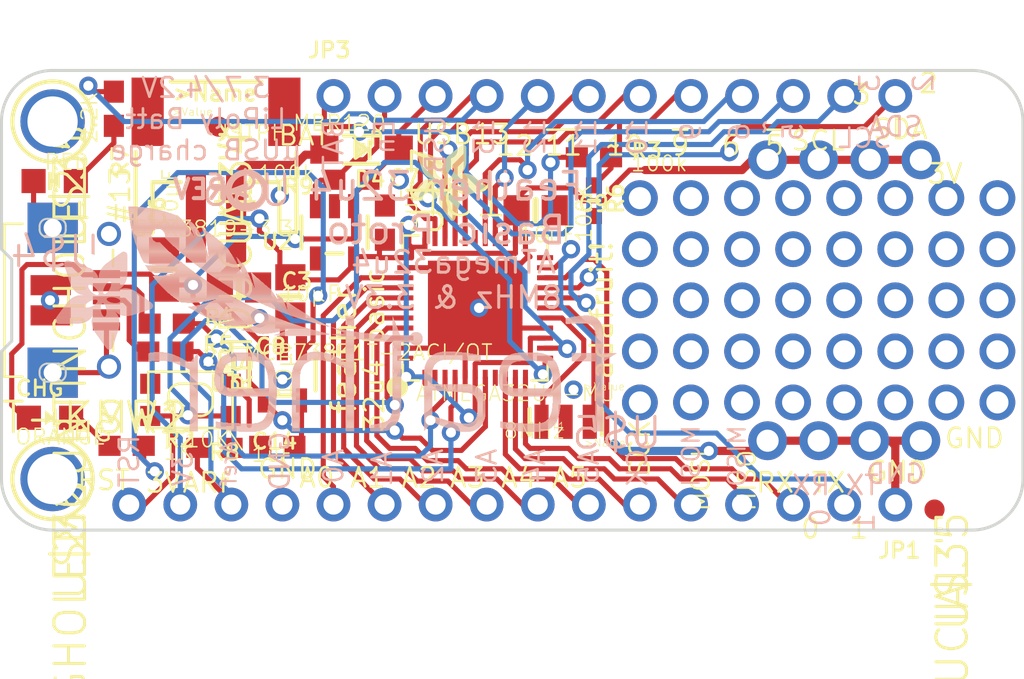
<source format=kicad_pcb>
(kicad_pcb (version 4) (host pcbnew 4.0.6)
  (layers (0 Top signal hide) (31 Bottom signal hide) (34 B.Paste user hide) (35 F.Paste user hide) (36 B.SilkS user hide) (37 F.SilkS user hide) (38 B.Mask user) (39 F.Mask user hide) (44 Edge.Cuts user))
  (net 0 "")
  (net 1 GND)
  (net 2 D-)
  (net 3 D+)
  (net 4 MOSI)
  (net 5 MISO)
  (net 6 SCK)
  (net 7 RST)
  (net 8 N$11)
  (net 9 N$12)
  (net 10 A5)
  (net 11 A4)
  (net 12 A3)
  (net 13 A2)
  (net 14 A1)
  (net 15 5)
  (net 16 11)
  (net 17 10)
  (net 18 6)
  (net 19 12)
  (net 20 2)
  (net 21 N$15)
  (net 22 N$16)
  (net 23 1)
  (net 24 0)
  (net 25 +3V3)
  (net 26 VBUS)
  (net 27 VBAT)
  (net 28 N$2)
  (net 29 AREF)
  (net 30 13)
  (net 31 A0)
  (net 32 9)
  (net 33 3)
  (net 34 N$1)
  (net 35 N$3)
  (net 36 N$4)
  (net 37 D4)
  (net 38 D8)
  (net 39 D7)
  (net 40 EN)
  (module "" (layer Top) (at 120.5611 44.0436)
    (fp_text reference @HOLE0 hide)
    (fp_text value "" (at 0 0) (layer F.SilkS))
    (pad "" np_thru_hole circle (at 0 0) (size 2.54 2.54) (drill 2.54) (layers *.Cu))
  )
  (module "" (layer Top) (at 120.5611 61.8236)
    (fp_text reference @HOLE1 hide)
    (fp_text value "" (at 0 0) (layer F.SilkS))
    (pad "" np_thru_hole circle (at 0 0) (size 2.54 2.54) (drill 2.54) (layers *.Cu))
  )
  (module 0805-NO (layer Top) (at 80.3891 51.4046 90)
    (fp_text reference C6 (at 2.032 0.127 90) (layer F.SilkS) (effects (font (size 0.77216 0.77216) (thickness 0.138988)) (justify left bottom)))
    (fp_text value 10µF (at 2.032 0.762 90) (layer F.SilkS) (effects (font (size 0.77216 0.77216) (thickness 0.077216)) (justify left bottom)))
    (pad 1 smd rect (at -0.95 0 90) (size 1.3 1.5) (layers Top F.Paste F.Mask) (net 26 VBUS))
    (pad 2 smd rect (at 0.95 0 90) (size 1.3 1.5) (layers Top F.Paste F.Mask) (net 1 GND))
  )
  (module 0603-NO (layer Top) (at 91.3681 49.0726 90)
    (fp_text reference C7 (at 1.778 0.127 360) (layer F.SilkS) (effects (font (size 0.77216 0.77216) (thickness 0.138988)) (justify left bottom)))
    (fp_text value 1uF (at 1.778 0.762 90) (layer F.SilkS) (effects (font (size 0.77216 0.77216) (thickness 0.077216)) (justify right top)))
    (pad 1 smd rect (at -0.85 0 90) (size 1.1 1) (layers Top F.Paste F.Mask) (net 25 +3V3))
    (pad 2 smd rect (at 0.85 0 90) (size 1.1 1) (layers Top F.Paste F.Mask) (net 1 GND))
  )
  (module 0805-NO (layer Top) (at 86.6671 52.7396 270)
    (fp_text reference C8 (at 2.032 0.127 360) (layer F.SilkS) (effects (font (size 0.77216 0.77216) (thickness 0.138988)) (justify right top)))
    (fp_text value 10µF (at 2.032 0.762 450) (layer F.SilkS) (effects (font (size 0.77216 0.77216) (thickness 0.077216)) (justify right top)))
    (pad 1 smd rect (at -0.95 0 270) (size 1.3 1.5) (layers Top F.Paste F.Mask) (net 25 +3V3))
    (pad 2 smd rect (at 0.95 0 270) (size 1.3 1.5) (layers Top F.Paste F.Mask) (net 1 GND))
  )
  (module 0603-NO (layer Top) (at 80.5201 54.0956)
    (fp_text reference R4 (at 1.778 0.127) (layer F.SilkS) (effects (font (size 0.77216 0.77216) (thickness 0.138988)) (justify left bottom)))
    (fp_text value 22 (at 1.778 0.762) (layer F.SilkS) (effects (font (size 0.77216 0.77216) (thickness 0.077216)) (justify left bottom)))
    (pad 1 smd rect (at -0.85 0) (size 1.1 1) (layers Top F.Paste F.Mask) (net 22 N$16))
    (pad 2 smd rect (at 0.85 0) (size 1.1 1) (layers Top F.Paste F.Mask) (net 2 D-))
  )
  (module 0603-NO (layer Top) (at 80.450888 55.484912)
    (fp_text reference R5 (at 1.778 0.127) (layer F.SilkS) (effects (font (size 0.77216 0.77216) (thickness 0.138988)) (justify left bottom)))
    (fp_text value 22 (at 1.778 0.762) (layer F.SilkS) (effects (font (size 0.77216 0.77216) (thickness 0.077216)) (justify left bottom)))
    (pad 1 smd rect (at -0.85 0) (size 1.1 1) (layers Top F.Paste F.Mask) (net 21 N$15))
    (pad 2 smd rect (at 0.85 0) (size 1.1 1) (layers Top F.Paste F.Mask) (net 3 D+))
  )
  (module 0805-NO (layer Top) (at 98.8663 48.458194)
    (fp_text reference C9 (at 2.032 0.127) (layer F.SilkS) (effects (font (size 0.77216 0.77216) (thickness 0.138988)) (justify left bottom)))
    (fp_text value 10uF (at 2.032 0.762) (layer F.SilkS) (effects (font (size 0.77216 0.77216) (thickness 0.077216)) (justify right top)))
    (pad 1 smd rect (at -0.95 0) (size 1.3 1.5) (layers Top F.Paste F.Mask) (net 25 +3V3))
    (pad 2 smd rect (at 0.95 0) (size 1.3 1.5) (layers Top F.Paste F.Mask) (net 1 GND))
  )
  (module CHIPLED_0805_NOOUTLINE (layer Top) (at 74.9461 47.0046 90)
    (fp_text reference L (at -1.016 1.778 360) (layer F.SilkS) (effects (font (size 0.77216 0.77216) (thickness 0.138988)) (justify right top)))
    (fp_text value RED (at 1.397 1.778 360) (layer F.SilkS) (effects (font (size 0.77216 0.77216) (thickness 0.077216)) (justify right top)))
    (pad C smd rect (at 0 -1.05 90) (size 1.2 1.2) (layers Top F.Paste F.Mask) (net 1 GND))
    (pad A smd rect (at 0 1.05 90) (size 1.2 1.2) (layers Top F.Paste F.Mask) (net 28 N$2))
  )
  (module TQFN44_7MM (layer Top) (at 95.8596 53.3146)
    (fp_text reference IC1 (at -2.6 -4.4) (layer F.SilkS) (effects (font (size 1.6891 1.6891) (thickness 0.135128)) (justify left bottom)))
    (fp_text value ATMEGA32U4-MU (at -3 4.7) (layer F.SilkS) (effects (font (size 0.77216 0.77216) (thickness 0.061772)) (justify left bottom)))
    (pad 1 smd rect (at -2.5 3.475 90) (size 0.8 0.25) (layers Top F.Paste F.Mask) (net 39 D7))
    (pad 2 smd rect (at -2 3.475 90) (size 0.8 0.25) (layers Top F.Paste F.Mask))
    (pad 3 smd rect (at -1.5 3.475 90) (size 0.8 0.25) (layers Top F.Paste F.Mask) (net 2 D-))
    (pad 4 smd rect (at -1 3.475 90) (size 0.8 0.25) (layers Top F.Paste F.Mask) (net 3 D+))
    (pad 5 smd rect (at -0.5 3.475 90) (size 0.8 0.25) (layers Top F.Paste F.Mask) (net 1 GND))
    (pad 6 smd rect (at 0 3.475 90) (size 0.8 0.25) (layers Top F.Paste F.Mask) (net 25 +3V3))
    (pad 7 smd rect (at 0.5 3.475 90) (size 0.8 0.25) (layers Top F.Paste F.Mask) (net 26 VBUS))
    (pad 8 smd rect (at 1 3.475 90) (size 0.8 0.25) (layers Top F.Paste F.Mask))
    (pad 9 smd rect (at 1.5 3.475 90) (size 0.8 0.25) (layers Top F.Paste F.Mask) (net 6 SCK))
    (pad 10 smd rect (at 2 3.475 90) (size 0.8 0.25) (layers Top F.Paste F.Mask) (net 4 MOSI))
    (pad 11 smd rect (at 2.5 3.475 90) (size 0.8 0.25) (layers Top F.Paste F.Mask) (net 5 MISO))
    (pad 12 smd rect (at 3.475 2.5 180) (size 0.8 0.25) (layers Top F.Paste F.Mask) (net 16 11))
    (pad 13 smd rect (at 3.475 2 180) (size 0.8 0.25) (layers Top F.Paste F.Mask) (net 7 RST))
    (pad 14 smd rect (at 3.475 1.5 180) (size 0.8 0.25) (layers Top F.Paste F.Mask) (net 25 +3V3))
    (pad 15 smd rect (at 3.475 1 180) (size 0.8 0.25) (layers Top F.Paste F.Mask) (net 1 GND))
    (pad 16 smd rect (at 3.475 0.5 180) (size 0.8 0.25) (layers Top F.Paste F.Mask) (net 8 N$11))
    (pad 17 smd rect (at 3.475 0 180) (size 0.8 0.25) (layers Top F.Paste F.Mask) (net 9 N$12))
    (pad 18 smd rect (at 3.475 -0.5 180) (size 0.8 0.25) (layers Top F.Paste F.Mask) (net 33 3))
    (pad 19 smd rect (at 3.475 -1 180) (size 0.8 0.25) (layers Top F.Paste F.Mask) (net 20 2))
    (pad 20 smd rect (at 3.475 -1.5 180) (size 0.8 0.25) (layers Top F.Paste F.Mask) (net 24 0))
    (pad 21 smd rect (at 3.475 -2 180) (size 0.8 0.25) (layers Top F.Paste F.Mask) (net 23 1))
    (pad 22 smd rect (at 3.475 -2.5 180) (size 0.8 0.25) (layers Top F.Paste F.Mask))
    (pad 23 smd rect (at 2.5 -3.475 270) (size 0.8 0.25) (layers Top F.Paste F.Mask) (net 1 GND))
    (pad 24 smd rect (at 2 -3.475 270) (size 0.8 0.25) (layers Top F.Paste F.Mask) (net 25 +3V3))
    (pad 25 smd rect (at 1.5 -3.475 270) (size 0.8 0.25) (layers Top F.Paste F.Mask) (net 37 D4))
    (pad 26 smd rect (at 1 -3.475 270) (size 0.8 0.25) (layers Top F.Paste F.Mask) (net 19 12))
    (pad 27 smd rect (at 0.5 -3.475 270) (size 0.8 0.25) (layers Top F.Paste F.Mask) (net 18 6))
    (pad 28 smd rect (at 0 -3.475 270) (size 0.8 0.25) (layers Top F.Paste F.Mask) (net 38 D8))
    (pad 29 smd rect (at -0.5 -3.475 270) (size 0.8 0.25) (layers Top F.Paste F.Mask) (net 32 9))
    (pad 30 smd rect (at -1 -3.475 270) (size 0.8 0.25) (layers Top F.Paste F.Mask) (net 17 10))
    (pad 31 smd rect (at -1.5 -3.475 270) (size 0.8 0.25) (layers Top F.Paste F.Mask) (net 15 5))
    (pad 32 smd rect (at -2 -3.475 270) (size 0.8 0.25) (layers Top F.Paste F.Mask) (net 30 13))
    (pad 33 smd rect (at -2.5 -3.475 270) (size 0.8 0.25) (layers Top F.Paste F.Mask) (net 25 +3V3))
    (pad 34 smd rect (at -3.475 -2.5) (size 0.8 0.25) (layers Top F.Paste F.Mask) (net 25 +3V3))
    (pad 35 smd rect (at -3.475 -2) (size 0.8 0.25) (layers Top F.Paste F.Mask) (net 1 GND))
    (pad 36 smd rect (at -3.475 -1.5) (size 0.8 0.25) (layers Top F.Paste F.Mask) (net 31 A0))
    (pad 37 smd rect (at -3.475 -1) (size 0.8 0.25) (layers Top F.Paste F.Mask) (net 14 A1))
    (pad 38 smd rect (at -3.475 -0.5) (size 0.8 0.25) (layers Top F.Paste F.Mask) (net 13 A2))
    (pad 39 smd rect (at -3.475 0) (size 0.8 0.25) (layers Top F.Paste F.Mask) (net 12 A3))
    (pad 40 smd rect (at -3.475 0.5) (size 0.8 0.25) (layers Top F.Paste F.Mask) (net 11 A4))
    (pad 41 smd rect (at -3.475 1) (size 0.8 0.25) (layers Top F.Paste F.Mask) (net 10 A5))
    (pad 42 smd rect (at -3.475 1.5) (size 0.8 0.25) (layers Top F.Paste F.Mask) (net 29 AREF))
    (pad 43 smd rect (at -3.475 2) (size 0.8 0.25) (layers Top F.Paste F.Mask) (net 1 GND))
    (pad 44 smd rect (at -3.475 2.5) (size 0.8 0.25) (layers Top F.Paste F.Mask) (net 25 +3V3))
    (pad THER smd rect (at 0 0) (size 4.7 4.7) (layers Top F.Paste F.Mask))
  )
  (module 0603-NO (layer Top) (at 82.8929 60.273006)
    (fp_text reference C14 (at 1.778 0.127) (layer F.SilkS) (effects (font (size 0.77216 0.77216) (thickness 0.138988)) (justify left bottom)))
    (fp_text value 1uF (at 1.778 0.762) (layer F.SilkS) (effects (font (size 0.77216 0.77216) (thickness 0.077216)) (justify left bottom)))
    (pad 1 smd rect (at -0.85 0) (size 1.1 1) (layers Top F.Paste F.Mask) (net 29 AREF))
    (pad 2 smd rect (at 0.85 0) (size 1.1 1) (layers Top F.Paste F.Mask) (net 1 GND))
  )
  (module 0603-NO (layer Top) (at 77.8891 43.4086 270)
    (fp_text reference R7 (at 1.778 0.127 450) (layer F.SilkS) (effects (font (size 0.77216 0.77216) (thickness 0.138988)) (justify right top)))
    (fp_text value 2.2K (at 1.778 0.762 450) (layer F.SilkS) (effects (font (size 0.77216 0.77216) (thickness 0.077216)) (justify left bottom)))
    (pad 1 smd rect (at -0.85 0 270) (size 1.1 1) (layers Top F.Paste F.Mask) (net 30 13))
    (pad 2 smd rect (at 0.85 0 270) (size 1.1 1) (layers Top F.Paste F.Mask) (net 28 N$2))
  )
  (module FIDUCIAL_1MM (layer Top) (at 83.0961 44.2976 270)
    (fp_text reference U$34 (at 0 0 270) (layer F.SilkS) (effects (justify right top)))
    (fp_text value FIDUCIAL"" (at 0 0 270) (layer F.SilkS) (effects (justify right top)))
    (pad 1 smd circle (at 0 0 270) (size 1 1) (layers Top F.Paste F.Mask))
  )
  (module FIDUCIAL_1MM (layer Top) (at 118.7033 63.3406 270)
    (fp_text reference U$35 (at 0 0 270) (layer F.SilkS) (effects (justify right top)))
    (fp_text value FIDUCIAL"" (at 0 0 270) (layer F.SilkS) (effects (justify right top)))
    (pad 1 smd circle (at 0 0 270) (size 1 1) (layers Top F.Paste F.Mask))
  )
  (module KMR2 (layer Top) (at 81.6991 57.8866 180)
    (fp_text reference SW1 (at 0 0 180) (layer F.SilkS) (effects (justify right top)))
    (fp_text value SPST_TACT-KMR2 (at 0 0 180) (layer F.SilkS) (effects (justify right top)))
    (pad 1 smd rect (at 2 -0.8 180) (size 1 1) (layers Top F.Paste F.Mask) (net 7 RST))
    (pad 2 smd rect (at 2 0.8 180) (size 1 1) (layers Top F.Paste F.Mask) (net 1 GND))
    (pad 4 smd rect (at -2 0.8 180) (size 1 1) (layers Top F.Paste F.Mask) (net 1 GND))
    (pad 3 smd rect (at -2 -0.8 180) (size 1 1) (layers Top F.Paste F.Mask) (net 7 RST))
  )
  (module MOUNTINGHOLE_2.5_PLATED (layer Top) (at 74.8411 44.0436 270)
    (fp_text reference U$31 (at 0 0 270) (layer F.SilkS) (effects (justify right top)))
    (fp_text value MOUNTINGHOLE2.5 (at 0 0 270) (layer F.SilkS) (effects (justify right top)))
    (pad P$1 thru_hole circle (at 0 0 270) (size 3.2 3.2) (drill 2.5) (layers *.Cu *.Mask))
  )
  (module MOUNTINGHOLE_2.5_PLATED (layer Top) (at 74.8411 61.8236 270)
    (fp_text reference U$32 (at 0 0 270) (layer F.SilkS) (effects (justify right top)))
    (fp_text value MOUNTINGHOLE2.5 (at 0 0 270) (layer F.SilkS) (effects (justify right top)))
    (pad P$1 thru_hole circle (at 0 0 270) (size 3.2 3.2) (drill 2.5) (layers *.Cu *.Mask))
  )
  (module RESONATOR-SMD (layer Top) (at 100.357206 58.976994 180)
    (fp_text reference Y1 (at 0 0 360) (layer F.SilkS) (effects (font (size 0.38608 0.38608) (thickness 0.030886)) (justify right top)))
    (fp_text value 8MHz (at 0 0 360) (layer F.SilkS) (effects (font (size 0.77216 0.77216) (thickness 0.061772)) (justify right top)))
    (fp_text user >Name (at -0.889 -1.27 180) (layer F.SilkS) (effects (font (size 0.38608 0.38608) (thickness 0.032512)) (justify left bottom)))
    (fp_text user >Value (at -0.889 1.524 180) (layer F.SilkS) (effects (font (size 0.38608 0.38608) (thickness 0.032512)) (justify left bottom)))
    (pad 1 smd rect (at -1.2 0 180) (size 0.7 1.7) (layers Top F.Paste F.Mask) (net 9 N$12))
    (pad 2 smd rect (at 0 0 180) (size 0.7 1.7) (layers Top F.Paste F.Mask) (net 1 GND))
    (pad 3 smd rect (at 1.2 0 180) (size 0.7 1.7) (layers Top F.Paste F.Mask) (net 8 N$11))
  )
  (module 4UCONN_20329_V2 (layer Top) (at 76.7461 52.9336 270)
    (fp_text reference X3 (at -2.778 5.852 450) (layer F.SilkS) (effects (font (size 0.77216 0.77216) (thickness 0.138988)) (justify right top)))
    (fp_text value microUSB (at -2.778 6.41 450) (layer F.SilkS) (effects (font (size 0.77216 0.77216) (thickness 0.077216)) (justify right top)))
    (fp_arc (start -3.7 1.6) (end -4.05 1.6) (angle 90) (layer Edge.Cuts) (width 0))
    (fp_line (start -3.7 1.25) (end -3.5 1.25) (layer Edge.Cuts) (width 0))
    (fp_arc (start -3.5 1.6) (end -3.5 1.25) (angle 90) (layer Edge.Cuts) (width 0))
    (fp_line (start -3.15 1.6) (end -3.15 2.15) (layer Edge.Cuts) (width 0))
    (fp_arc (start -3.525 2.175) (end -3.15 2.15) (angle 90) (layer Edge.Cuts) (width 0))
    (fp_line (start -3.5 2.55) (end -3.7 2.55) (layer Edge.Cuts) (width 0))
    (fp_arc (start -3.675 2.175) (end -3.7 2.55) (angle 90) (layer Edge.Cuts) (width 0))
    (fp_line (start -4.05 2.15) (end -4.05 1.6) (layer Edge.Cuts) (width 0))
    (fp_arc (start 3.65 2.15) (end 4.05 2.2) (angle 90) (layer Edge.Cuts) (width 0))
    (fp_arc (start 3.55 2.15) (end 3.6 2.55) (angle 90) (layer Edge.Cuts) (width 0))
    (fp_line (start 4.05 1.6) (end 4.05 2.2) (layer Edge.Cuts) (width 0))
    (fp_arc (start 3.65 1.65) (end 3.6 1.25) (angle 90) (layer Edge.Cuts) (width 0))
    (fp_arc (start 3.55 1.65) (end 3.15 1.6) (angle 90) (layer Edge.Cuts) (width 0))
    (fp_line (start 3.15 2.2) (end 3.15 1.6) (layer Edge.Cuts) (width 0))
    (pad "" np_thru_hole circle (at -1.95 0 270) (size 0.7 0.7) (drill 0.7) (layers *.Cu))
    (pad "" np_thru_hole circle (at 1.95 0 270) (size 0.7 0.7) (drill 0.7) (layers *.Cu))
    (pad SPRT thru_hole rect (at 3.6 1.9) (size 2.5 2.5) (drill 0.9) (layers *.Cu *.Mask))
    (pad SPRT thru_hole rect (at -3.6 1.9) (size 2.5 2.5) (drill 0.9) (layers *.Cu *.Mask))
    (pad SPRT thru_hole circle (at -3.3 -0.9 90) (size 1.2 1.2) (drill 0.8) (layers *.Cu *.Mask))
    (pad SPRT thru_hole circle (at 3.3 -0.9 270) (size 1.2 1.2) (drill 0.8) (layers *.Cu *.Mask))
    (pad VBUS smd rect (at -1.3 -0.775 270) (size 0.4 1.35) (layers Top F.Paste F.Mask) (net 26 VBUS))
    (pad D- smd rect (at -0.65 -0.775 270) (size 0.4 1.35) (layers Top F.Paste F.Mask) (net 22 N$16))
    (pad D+ smd rect (at 0 -0.775 270) (size 0.4 1.35) (layers Top F.Paste F.Mask) (net 21 N$15))
    (pad ID smd rect (at 0.65 -0.775 270) (size 0.4 1.35) (layers Top F.Paste F.Mask))
    (pad GND smd rect (at 1.3 -0.775 270) (size 0.4 1.35) (layers Top F.Paste F.Mask) (net 1 GND))
    (pad BASE smd rect (at -0.75 2) (size 2 1) (layers Top F.Paste F.Mask))
    (pad BASE smd rect (at 0.75 2) (size 2 1) (layers Top F.Paste F.Mask))
  )
  (module SOT23-5 (layer Top) (at 88.8619 49.5554 180)
    (fp_text reference U2 (at 1.978 0 360) (layer F.SilkS) (effects (font (size 0.77216 0.77216) (thickness 0.138988)) (justify right top)))
    (fp_text value SPX3819-3.3 (at 1.978 0.635 360) (layer F.SilkS) (effects (font (size 0.77216 0.77216) (thickness 0.077216)) (justify right top)))
    (pad 1 smd rect (at -0.95 1.3001 180) (size 0.55 1.2) (layers Top F.Paste F.Mask) (net 26 VBUS))
    (pad 2 smd rect (at 0 1.3001 180) (size 0.55 1.2) (layers Top F.Paste F.Mask) (net 1 GND))
    (pad 3 smd rect (at 0.95 1.3001 180) (size 0.55 1.2) (layers Top F.Paste F.Mask) (net 40 EN))
    (pad 4 smd rect (at 0.95 -1.3001 180) (size 0.55 1.2) (layers Top F.Paste F.Mask))
    (pad 5 smd rect (at -0.95 -1.3001 180) (size 0.55 1.2) (layers Top F.Paste F.Mask) (net 25 +3V3))
  )
  (module SOD-123 (layer Top) (at 90.2081 45.4406 180)
    (fp_text reference D4 (at -1.27 -1.016 360) (layer F.SilkS) (effects (font (size 0.77216 0.77216) (thickness 0.138988)) (justify right top)))
    (fp_text value MBR120 (at -1.27 1.778 360) (layer F.SilkS) (effects (font (size 0.77216 0.77216) (thickness 0.077216)) (justify right top)))
    (pad C smd rect (at -1.85 0 270) (size 1.4 1.4) (layers Top F.Paste F.Mask) (net 26 VBUS))
    (pad A smd rect (at 1.85 0 270) (size 1.4 1.4) (layers Top F.Paste F.Mask) (net 27 VBAT))
  )
  (module 1X16_ROUND (layer Top) (at 97.7011 63.0936 180)
    (fp_text reference JP1 (at -20.3962 -1.8288 360) (layer F.SilkS) (effects (font (size 0.77216 0.77216) (thickness 0.138988)) (justify right top)))
    (fp_text value "" (at -20.32 3.175 360) (layer F.SilkS) (effects (font (size 0.38608 0.38608) (thickness 0.038608)) (justify right top)))
    (pad 1 thru_hole circle (at -19.05 0 270) (size 1.6764 1.6764) (drill 1) (layers *.Cu *.Mask) (net 1 GND))
    (pad 2 thru_hole circle (at -16.51 0 270) (size 1.6764 1.6764) (drill 1) (layers *.Cu *.Mask) (net 23 1))
    (pad 3 thru_hole circle (at -13.97 0 270) (size 1.6764 1.6764) (drill 1) (layers *.Cu *.Mask) (net 24 0))
    (pad 4 thru_hole circle (at -11.43 0 270) (size 1.6764 1.6764) (drill 1) (layers *.Cu *.Mask) (net 5 MISO))
    (pad 5 thru_hole circle (at -8.89 0 270) (size 1.6764 1.6764) (drill 1) (layers *.Cu *.Mask) (net 4 MOSI))
    (pad 6 thru_hole circle (at -6.35 0 270) (size 1.6764 1.6764) (drill 1) (layers *.Cu *.Mask) (net 6 SCK))
    (pad 7 thru_hole circle (at -3.81 0 270) (size 1.6764 1.6764) (drill 1) (layers *.Cu *.Mask) (net 10 A5))
    (pad 8 thru_hole circle (at -1.27 0 270) (size 1.6764 1.6764) (drill 1) (layers *.Cu *.Mask) (net 11 A4))
    (pad 9 thru_hole circle (at 1.27 0 270) (size 1.6764 1.6764) (drill 1) (layers *.Cu *.Mask) (net 12 A3))
    (pad 10 thru_hole circle (at 3.81 0 270) (size 1.6764 1.6764) (drill 1) (layers *.Cu *.Mask) (net 13 A2))
    (pad 11 thru_hole circle (at 6.35 0 270) (size 1.6764 1.6764) (drill 1) (layers *.Cu *.Mask) (net 14 A1))
    (pad 12 thru_hole circle (at 8.89 0 270) (size 1.6764 1.6764) (drill 1) (layers *.Cu *.Mask) (net 31 A0))
    (pad 13 thru_hole circle (at 11.43 0 270) (size 1.6764 1.6764) (drill 1) (layers *.Cu *.Mask) (net 1 GND))
    (pad 14 thru_hole circle (at 13.97 0 270) (size 1.6764 1.6764) (drill 1) (layers *.Cu *.Mask) (net 29 AREF))
    (pad 15 thru_hole circle (at 16.51 0 270) (size 1.6764 1.6764) (drill 1) (layers *.Cu *.Mask) (net 25 +3V3))
    (pad 16 thru_hole circle (at 19.05 0 270) (size 1.6764 1.6764) (drill 1) (layers *.Cu *.Mask) (net 7 RST))
  )
  (module ADAFRUIT_3.5MM (layer Top) (at 92.6211 45.1866 270)
    (fp_text reference U$7 (at 0 0 270) (layer F.SilkS) (effects (justify right top)))
    (fp_text value "" (at 0 0 270) (layer F.SilkS) (effects (justify right top)))
  )
  (module JSTPH2 (layer Top) (at 82.9691 45.0596)
    (fp_text reference X1 (at 0 0) (layer F.SilkS) (effects (font (size 0.77216 0.77216) (thickness 0.138988)) (justify left bottom)))
    (fp_text value JSTPH (at 0 0) (layer F.SilkS) (effects (font (size 0.77216 0.77216) (thickness 0.077216)) (justify left bottom)))
    (fp_text user >Name (at -2.2225 -1.9685) (layer F.SilkS) (effects (font (size 0.77216 0.77216) (thickness 0.146304)) (justify left bottom)))
    (fp_text user >Value (at -2.2225 -1.27) (layer F.SilkS) (effects (font (size 0.38608 0.38608) (thickness 0.04064)) (justify left bottom)))
    (pad 1 smd rect (at -1 3.7) (size 1 4.6) (layers Top F.Paste F.Mask) (net 1 GND))
    (pad 2 smd rect (at 1 3.7) (size 1 4.6) (layers Top F.Paste F.Mask) (net 27 VBAT))
    (pad NC1 smd rect (at -3.4 -1.5 90) (size 3.4 1.6) (layers Top F.Paste F.Mask))
    (pad NC2 smd rect (at 3.4 -1.5 90) (size 3.4 1.6) (layers Top F.Paste F.Mask))
  )
  (module 1X12_ROUND (layer Top) (at 102.7811 42.7736)
    (fp_text reference JP3 (at -15.3162 -1.8288) (layer F.SilkS) (effects (font (size 0.77216 0.77216) (thickness 0.138988)) (justify left bottom)))
    (fp_text value "" (at -15.24 3.175) (layer F.SilkS) (effects (font (size 0.38608 0.38608) (thickness 0.038608)) (justify left bottom)))
    (pad 1 thru_hole circle (at -13.97 0 90) (size 1.6764 1.6764) (drill 1) (layers *.Cu *.Mask) (net 27 VBAT))
    (pad 2 thru_hole circle (at -11.43 0 90) (size 1.6764 1.6764) (drill 1) (layers *.Cu *.Mask) (net 40 EN))
    (pad 3 thru_hole circle (at -8.89 0 90) (size 1.6764 1.6764) (drill 1) (layers *.Cu *.Mask) (net 26 VBUS))
    (pad 4 thru_hole circle (at -6.35 0 90) (size 1.6764 1.6764) (drill 1) (layers *.Cu *.Mask) (net 30 13))
    (pad 5 thru_hole circle (at -3.81 0 90) (size 1.6764 1.6764) (drill 1) (layers *.Cu *.Mask) (net 19 12))
    (pad 6 thru_hole circle (at -1.27 0 90) (size 1.6764 1.6764) (drill 1) (layers *.Cu *.Mask) (net 16 11))
    (pad 7 thru_hole circle (at 1.27 0 90) (size 1.6764 1.6764) (drill 1) (layers *.Cu *.Mask) (net 17 10))
    (pad 8 thru_hole circle (at 3.81 0 90) (size 1.6764 1.6764) (drill 1) (layers *.Cu *.Mask) (net 32 9))
    (pad 9 thru_hole circle (at 6.35 0 90) (size 1.6764 1.6764) (drill 1) (layers *.Cu *.Mask) (net 18 6))
    (pad 10 thru_hole circle (at 8.89 0 90) (size 1.6764 1.6764) (drill 1) (layers *.Cu *.Mask) (net 15 5))
    (pad 11 thru_hole circle (at 11.43 0 90) (size 1.6764 1.6764) (drill 1) (layers *.Cu *.Mask) (net 33 3))
    (pad 12 thru_hole circle (at 13.97 0 90) (size 1.6764 1.6764) (drill 1) (layers *.Cu *.Mask) (net 20 2))
  )
  (module SOT23-5 (layer Top) (at 86.2711 56.6166 180)
    (fp_text reference U3 (at 1.978 0 360) (layer F.SilkS) (effects (font (size 0.77216 0.77216) (thickness 0.138988)) (justify right top)))
    (fp_text value MCP73831T-2ACI/OT (at 1.978 0.635 360) (layer F.SilkS) (effects (font (size 0.77216 0.77216) (thickness 0.077216)) (justify left bottom)))
    (pad 1 smd rect (at -0.95 1.3001 180) (size 0.55 1.2) (layers Top F.Paste F.Mask) (net 35 N$3))
    (pad 2 smd rect (at 0 1.3001 180) (size 0.55 1.2) (layers Top F.Paste F.Mask) (net 1 GND))
    (pad 3 smd rect (at 0.95 1.3001 180) (size 0.55 1.2) (layers Top F.Paste F.Mask) (net 27 VBAT))
    (pad 4 smd rect (at 0.95 -1.3001 180) (size 0.55 1.2) (layers Top F.Paste F.Mask) (net 26 VBUS))
    (pad 5 smd rect (at -0.95 -1.3001 180) (size 0.55 1.2) (layers Top F.Paste F.Mask) (net 36 N$4))
  )
  (module CHIPLED_0805_NOOUTLINE (layer Top) (at 74.7141 58.7756 270)
    (fp_text reference CHG (at -1.016 1.778 360) (layer F.SilkS) (effects (font (size 0.77216 0.77216) (thickness 0.138988)) (justify left bottom)))
    (fp_text value ORANGE (at 1.397 1.778 360) (layer F.SilkS) (effects (font (size 0.77216 0.77216) (thickness 0.077216)) (justify left bottom)))
    (pad C smd rect (at 0 -1.05 270) (size 1.2 1.2) (layers Top F.Paste F.Mask) (net 34 N$1))
    (pad A smd rect (at 0 1.05 270) (size 1.2 1.2) (layers Top F.Paste F.Mask) (net 26 VBUS))
  )
  (module 0603-NO (layer Top) (at 78.5241 60.1726)
    (fp_text reference R2 (at 1.778 0.127) (layer F.SilkS) (effects (font (size 0.77216 0.77216) (thickness 0.138988)) (justify left bottom)))
    (fp_text value 1K (at 1.778 0.762) (layer F.SilkS) (effects (font (size 0.77216 0.77216) (thickness 0.077216)) (justify left bottom)))
    (pad 1 smd rect (at -0.85 0) (size 1.1 1) (layers Top F.Paste F.Mask) (net 34 N$1))
    (pad 2 smd rect (at 0.85 0) (size 1.1 1) (layers Top F.Paste F.Mask) (net 35 N$3))
  )
  (module 0805-NO (layer Top) (at 84.1121 52.2986)
    (fp_text reference C3 (at 2.032 0.127) (layer F.SilkS) (effects (font (size 0.77216 0.77216) (thickness 0.138988)) (justify left bottom)))
    (fp_text value 10µF (at 2.032 0.762) (layer F.SilkS) (effects (font (size 0.77216 0.77216) (thickness 0.077216)) (justify left bottom)))
    (pad 1 smd rect (at -0.95 0) (size 1.3 1.5) (layers Top F.Paste F.Mask) (net 27 VBAT))
    (pad 2 smd rect (at 0.95 0) (size 1.3 1.5) (layers Top F.Paste F.Mask) (net 1 GND))
  )
  (module 0603-NO (layer Top) (at 86.0171 60.1726 180)
    (fp_text reference R8 (at 1.778 0.127 360) (layer F.SilkS) (effects (font (size 0.77216 0.77216) (thickness 0.138988)) (justify right top)))
    (fp_text value 10K\ (at 1.778 0.762 360) (layer F.SilkS) (effects (font (size 0.77216 0.77216) (thickness 0.077216)) (justify right top)))
    (pad 1 smd rect (at -0.85 0 180) (size 1.1 1) (layers Top F.Paste F.Mask) (net 36 N$4))
    (pad 2 smd rect (at 0.85 0 180) (size 1.1 1) (layers Top F.Paste F.Mask) (net 1 GND))
  )
  (module 0603-NO (layer Top) (at 101.7651 45.8216)
    (fp_text reference R3 (at 1.778 0.127) (layer F.SilkS) (effects (font (size 0.77216 0.77216) (thickness 0.138988)) (justify left bottom)))
    (fp_text value 100k (at 1.778 0.762) (layer F.SilkS) (effects (font (size 0.77216 0.77216) (thickness 0.077216)) (justify left bottom)))
    (pad 1 smd rect (at -0.85 0) (size 1.1 1) (layers Top F.Paste F.Mask) (net 27 VBAT))
    (pad 2 smd rect (at 0.85 0) (size 1.1 1) (layers Top F.Paste F.Mask) (net 32 9))
  )
  (module _0603MP (layer Top) (at 101.7651 47.9806 270)
    (fp_text reference R6 (at -0.9525 -0.635 450) (layer F.SilkS) (effects (font (size 0.77216 0.77216) (thickness 0.138988)) (justify right top)))
    (fp_text value 100K (at -0.9525 0.9525 450) (layer F.SilkS) (effects (font (size 0.77216 0.77216) (thickness 0.077216)) (justify right top)))
    (pad 1 smd rect (at -0.762 0 270) (size 0.8 0.8) (layers Top F.Paste F.Mask) (net 32 9))
    (pad 2 smd rect (at 0.762 0 270) (size 0.8 0.8) (layers Top F.Paste F.Mask) (net 1 GND))
  )
  (module 0603-NO (layer Top) (at 89.7001 46.9392 180)
    (fp_text reference R9 (at 1.778 0.127 360) (layer F.SilkS) (effects (font (size 0.77216 0.77216) (thickness 0.138988)) (justify right top)))
    (fp_text value 100k (at 1.778 0.762 360) (layer F.SilkS) (effects (font (size 0.77216 0.77216) (thickness 0.077216)) (justify right top)))
    (pad 1 smd rect (at -0.85 0 180) (size 1.1 1) (layers Top F.Paste F.Mask) (net 26 VBUS))
    (pad 2 smd rect (at 0.85 0 180) (size 1.1 1) (layers Top F.Paste F.Mask) (net 40 EN))
  )
  (module ADAFRUIT_5MM (layer Bottom) (at 74.9681 50.5206)
    (fp_text reference U$4 (at 0 0) (layer B.SilkS) (effects (justify mirror)))
    (fp_text value "" (at 0 0) (layer B.SilkS) (effects (justify mirror)))
  )
  (module FEATHERLOGO (layer Bottom) (at 102.9081 59.5376 180)
    (fp_text reference U$5 (at 0 0 180) (layer B.SilkS) (effects (justify mirror)))
    (fp_text value "" (at 0 0 180) (layer B.SilkS) (effects (justify mirror)))
  )
  (module PCBFEAT-REV-040 (layer Bottom) (at 84.4931 47.4726 180)
    (fp_text reference U$6 (at 0 0 180) (layer B.SilkS) (effects (justify mirror)))
    (fp_text value "" (at 0 0 180) (layer B.SilkS) (effects (justify mirror)))
    (fp_text user >REV (at -0.3556 -0.508 180) (layer B.SilkS) (effects (font (size 0.9652 0.9652) (thickness 0.2032)) (justify left bottom mirror)))
  )
  (gr_line (start 74.8411 64.3636) (end 120.5611 64.3636) (layer Edge.Cuts) (width 0.15))
  (gr_arc (start 120.5611 61.8236) (end 120.5611 64.3636) (angle -90) (layer Edge.Cuts) (width 0.15))
  (gr_line (start 123.1011 61.8236) (end 123.1011 44.0436) (layer Edge.Cuts) (width 0.15))
  (gr_arc (start 120.5611 44.0436) (end 123.1011 44.0436) (angle -90) (layer Edge.Cuts) (width 0.15))
  (gr_line (start 120.5611 41.5036) (end 74.8411 41.5036) (layer Edge.Cuts) (width 0.15))
  (gr_arc (start 74.8411 44.0436) (end 74.8411 41.5036) (angle -90) (layer Edge.Cuts) (width 0.15))
  (gr_line (start 72.3011 44.0436) (end 72.3011 50.3936) (layer Edge.Cuts) (width 0.15))
  (gr_line (start 72.3011 50.3936) (end 72.8091 50.9016) (layer Edge.Cuts) (width 0.15))
  (gr_line (start 72.8091 50.9016) (end 72.8091 54.9656) (layer Edge.Cuts) (width 0.15))
  (gr_line (start 72.8091 54.9656) (end 72.3011 55.4736) (layer Edge.Cuts) (width 0.15))
  (gr_line (start 72.3011 55.4736) (end 72.3011 61.8236) (layer Edge.Cuts) (width 0.15))
  (gr_arc (start 74.8411 61.8236) (end 72.3011 61.8236) (angle -90) (layer Edge.Cuts) (width 0.15))
  (gr_text USB (at 94.2721 44.6786) (layer F.SilkS) (effects (font (size 0.9652 0.9652) (thickness 0.12192))))
  (gr_text RST (at 78.7781 61.3156) (layer F.SilkS) (effects (font (size 0.9652 0.9652) (thickness 0.12192)) (justify right top)))
  (gr_text ARf (at 83.7311 61.4426) (layer F.SilkS) (effects (font (size 0.9652 0.9652) (thickness 0.12192)) (justify right top)))
  (gr_text 3V (at 81.3181 61.4426) (layer F.SilkS) (effects (font (size 0.9652 0.9652) (thickness 0.12192)) (justify right top)))
  (gr_text A5 (at 101.5111 61.1886) (layer F.SilkS) (effects (font (size 0.9652 0.9652) (thickness 0.12192)) (justify right top)))
  (gr_text A4 (at 98.9711 61.1886) (layer F.SilkS) (effects (font (size 0.9652 0.9652) (thickness 0.12192)) (justify right top)))
  (gr_text A3 (at 96.4311 61.1886) (layer F.SilkS) (effects (font (size 0.9652 0.9652) (thickness 0.12192)) (justify right top)))
  (gr_text A2 (at 94.0181 61.1886) (layer F.SilkS) (effects (font (size 0.9652 0.9652) (thickness 0.12192)) (justify right top)))
  (gr_text A1 (at 91.4781 61.1886) (layer F.SilkS) (effects (font (size 0.9652 0.9652) (thickness 0.12192)) (justify right top)))
  (gr_text A0 (at 88.9381 61.1886) (layer F.SilkS) (effects (font (size 0.9652 0.9652) (thickness 0.12192)) (justify right top)))
  (gr_text 13 (at 96.6851 44.6786) (layer F.SilkS) (effects (font (size 0.9652 0.9652) (thickness 0.12192))))
  (gr_text ~5 (at 111.2901 44.6786) (layer F.SilkS) (effects (font (size 0.9652 0.9652) (thickness 0.12192)) (justify right top)))
  (gr_text ~11 (at 101.2571 44.6786) (layer F.SilkS) (effects (font (size 0.9652 0.9652) (thickness 0.12192)) (justify right top)))
  (gr_text 10 (at 104.3051 44.6786) (layer F.SilkS) (effects (font (size 0.9652 0.9652) (thickness 0.12192)) (justify right top)))
  (gr_text ~9 (at 106.5911 44.6786) (layer F.SilkS) (effects (font (size 0.9652 0.9652) (thickness 0.12192)) (justify right top)))
  (gr_text SCK (at 104.0511 60.2996 90) (layer F.SilkS) (effects (font (size 0.9652 0.9652) (thickness 0.12192))))
  (gr_text MOSI (at 106.5911 60.2996 90) (layer F.SilkS) (effects (font (size 0.84455 0.84455) (thickness 0.10668)) (justify right top)))
  (gr_text MISO (at 108.8771 60.2996 90) (layer F.SilkS) (effects (font (size 0.84455 0.84455) (thickness 0.10668)) (justify right top)))
  (gr_text SCL (at 114.3381 44.4246) (layer F.SilkS) (effects (font (size 0.9652 0.9652) (thickness 0.12192)) (justify right top)))
  (gr_text SDA (at 117.0051 44.4246) (layer F.SilkS) (effects (font (size 0.9652 0.9652) (thickness 0.12192))))
  (gr_text 3 (at 115.6081 42.1386) (layer F.SilkS) (effects (font (size 0.9652 0.9652) (thickness 0.12192)) (justify right top)))
  (gr_text 2 (at 118.4021 42.1386) (layer F.SilkS) (effects (font (size 0.9652 0.9652) (thickness 0.12192))))
  (gr_text 0 (at 113.0681 63.7286) (layer F.SilkS) (effects (font (size 0.9652 0.9652) (thickness 0.12192)) (justify right top)))
  (gr_text 1 (at 115.4811 63.7286) (layer F.SilkS) (effects (font (size 0.9652 0.9652) (thickness 0.12192)) (justify right top)))
  (gr_text RX (at 111.7981 61.4426) (layer F.SilkS) (effects (font (size 0.9652 0.9652) (thickness 0.12192)) (justify right top)))
  (gr_text TX (at 114.3381 61.4426) (layer F.SilkS) (effects (font (size 0.9652 0.9652) (thickness 0.12192)) (justify right top)))
  (gr_text BAT (at 88.6841 44.1706) (layer F.SilkS) (effects (font (size 0.9652 0.9652) (thickness 0.12192)) (justify right top)))
  (gr_text 12 (at 98.8441 44.6786) (layer F.SilkS) (effects (font (size 0.9652 0.9652) (thickness 0.12192)) (justify right top)))
  (gr_text 6 (at 109.1311 44.6786) (layer F.SilkS) (effects (font (size 0.9652 0.9652) (thickness 0.12192)) (justify right top)))
  (gr_text GND (at 86.5251 61.3156) (layer F.SilkS) (effects (font (size 0.9652 0.9652) (thickness 0.12192))))
  (gr_text "#13" (at 77.6351 46.2026 90) (layer F.SilkS) (effects (font (size 0.9652 0.9652) (thickness 0.12192)) (justify right top)))
  (gr_text En (at 91.4781 44.1706) (layer F.SilkS) (effects (font (size 0.9652 0.9652) (thickness 0.12192)) (justify right top)))
  (gr_text GND (at 116.8781 61.4426) (layer F.SilkS) (effects (font (size 0.9652 0.9652) (thickness 0.12192))))
  (gr_text ~ (at 103.1621 44.6786) (layer F.SilkS) (effects (font (size 0.9652 0.9652) (thickness 0.12192)) (justify right top)))
  (gr_text RST (at 83.7311 54.8386 90) (layer F.SilkS) (effects (font (size 0.9652 0.9652) (thickness 0.12192)) (justify right top)))
  (gr_text CHG (at 77.8891 58.9026) (layer F.SilkS) (effects (font (size 0.9652 0.9652) (thickness 0.12192)) (justify right top)))
  (gr_text 3V (at 120.1801 46.0756) (layer F.SilkS) (effects (font (size 0.9652 0.9652) (thickness 0.12192)) (justify right top)))
  (gr_text GND (at 120.6881 59.7916) (layer F.SilkS) (effects (font (size 0.9652 0.9652) (thickness 0.12192))))
  (gr_text "3.7/4.2V\nLiPoly Batt\nµUSB charge" (at 82.4611 43.9166) (layer B.SilkS) (effects (font (size 0.9652 0.9652) (thickness 0.13208)) (justify mirror)))
  (gr_text "Feather 32u4\nBasic Proto" (at 94.3991 48.3616) (layer B.SilkS) (effects (font (size 1.35128 1.35128) (thickness 0.184912)) (justify mirror)))
  (gr_text "ATmega32u4\n8MHz & 3.3V" (at 94.7801 51.9176) (layer B.SilkS) (effects (font (size 1.08585 1.08585) (thickness 0.14859)) (justify mirror)))
  (gr_text USB (at 93.8911 45.1866 90) (layer B.SilkS) (effects (font (size 0.9652 0.9652) (thickness 0.12192)) (justify mirror)))
  (gr_text 13 (at 96.3041 44.8056 90) (layer B.SilkS) (effects (font (size 0.9652 0.9652) (thickness 0.12192)) (justify mirror)))
  (gr_text 5 (at 111.6711 44.5516 90) (layer B.SilkS) (effects (font (size 0.9652 0.9652) (thickness 0.12192)) (justify mirror)))
  (gr_text 11 (at 101.3841 44.8056 90) (layer B.SilkS) (effects (font (size 0.9652 0.9652) (thickness 0.12192)) (justify mirror)))
  (gr_text 10 (at 103.9241 44.8056 90) (layer B.SilkS) (effects (font (size 0.9652 0.9652) (thickness 0.12192)) (justify mirror)))
  (gr_text 9 (at 106.5911 44.5516 90) (layer B.SilkS) (effects (font (size 0.9652 0.9652) (thickness 0.12192)) (justify mirror)))
  (gr_text SCL (at 113.8301 44.2976) (layer B.SilkS) (effects (font (size 0.9652 0.9652) (thickness 0.12192)) (justify right top mirror)))
  (gr_text SDA (at 116.7511 44.2976) (layer B.SilkS) (effects (font (size 0.9652 0.9652) (thickness 0.12192)) (justify mirror)))
  (gr_text 3 (at 115.4811 42.1386 90) (layer B.SilkS) (effects (font (size 0.9652 0.9652) (thickness 0.12192)) (justify mirror)))
  (gr_text BAT (at 88.8111 45.1866 90) (layer B.SilkS) (effects (font (size 0.9652 0.9652) (thickness 0.12192)) (justify mirror)))
  (gr_text 12 (at 98.8441 44.8056 90) (layer B.SilkS) (effects (font (size 0.9652 0.9652) (thickness 0.12192)) (justify mirror)))
  (gr_text 6 (at 109.0041 44.5516 90) (layer B.SilkS) (effects (font (size 0.9652 0.9652) (thickness 0.12192)) (justify mirror)))
  (gr_text En (at 91.3511 44.8056 90) (layer B.SilkS) (effects (font (size 0.9652 0.9652) (thickness 0.12192)) (justify mirror)))
  (gr_text ~ (at 110.2741 44.2976 270) (layer B.SilkS) (effects (font (size 0.9652 0.9652) (thickness 0.12192)) (justify mirror)))
  (gr_text 2 (at 118.1481 42.1386 90) (layer B.SilkS) (effects (font (size 0.9652 0.9652) (thickness 0.12192)) (justify mirror)))
  (gr_text RST (at 78.6511 60.9346 90) (layer B.SilkS) (effects (font (size 0.9652 0.9652) (thickness 0.12192)) (justify mirror)))
  (gr_text Aref (at 83.6041 61.0616 90) (layer B.SilkS) (effects (font (size 0.77216 0.77216) (thickness 0.097536)) (justify mirror)))
  (gr_text 3V (at 81.3181 61.3156 90) (layer B.SilkS) (effects (font (size 0.9652 0.9652) (thickness 0.12192)) (justify mirror)))
  (gr_text A5 (at 101.5111 61.1886 90) (layer B.SilkS) (effects (font (size 0.9652 0.9652) (thickness 0.12192)) (justify mirror)))
  (gr_text A4 (at 98.8441 61.1886 90) (layer B.SilkS) (effects (font (size 0.9652 0.9652) (thickness 0.12192)) (justify mirror)))
  (gr_text A3 (at 96.4311 61.1886 90) (layer B.SilkS) (effects (font (size 0.9652 0.9652) (thickness 0.12192)) (justify mirror)))
  (gr_text A2 (at 93.7641 61.1886 90) (layer B.SilkS) (effects (font (size 0.9652 0.9652) (thickness 0.12192)) (justify mirror)))
  (gr_text A1 (at 91.2241 61.3156 90) (layer B.SilkS) (effects (font (size 0.9652 0.9652) (thickness 0.12192)) (justify mirror)))
  (gr_text A0 (at 88.8111 61.1886 90) (layer B.SilkS) (effects (font (size 0.9652 0.9652) (thickness 0.12192)) (justify mirror)))
  (gr_text SCK (at 103.9241 60.8076 90) (layer B.SilkS) (effects (font (size 0.9652 0.9652) (thickness 0.12192)) (justify mirror)))
  (gr_text MOSI (at 106.5911 60.6806 90) (layer B.SilkS) (effects (font (size 0.84455 0.84455) (thickness 0.10668)) (justify mirror)))
  (gr_text MISO (at 108.8771 60.6806 90) (layer B.SilkS) (effects (font (size 0.84455 0.84455) (thickness 0.10668)) (justify mirror)))
  (gr_text 0 (at 112.9411 63.7286 270) (layer B.SilkS) (effects (font (size 0.9652 0.9652) (thickness 0.12192)) (justify mirror)))
  (gr_text 1 (at 115.2271 63.9826 90) (layer B.SilkS) (effects (font (size 0.9652 0.9652) (thickness 0.12192)) (justify mirror)))
  (gr_text RX (at 111.5441 61.5696) (layer B.SilkS) (effects (font (size 0.9652 0.9652) (thickness 0.12192)) (justify right top mirror)))
  (gr_text TX (at 114.2111 61.5696) (layer B.SilkS) (effects (font (size 0.9652 0.9652) (thickness 0.12192)) (justify right top mirror)))
  (gr_text GND (at 86.1441 60.9346 90) (layer B.SilkS) (effects (font (size 0.9652 0.9652) (thickness 0.12192)) (justify mirror)))
  (gr_text GND (at 116.7511 61.5696) (layer B.SilkS) (effects (font (size 0.9652 0.9652) (thickness 0.12192)) (justify mirror)))
  (gr_text ~ (at 103.4161 44.6786 90) (layer B.SilkS) (effects (font (size 0.9652 0.9652) (thickness 0.12192)) (justify mirror)))
  (gr_text ~ (at 100.8761 44.6786 90) (layer B.SilkS) (effects (font (size 0.9652 0.9652) (thickness 0.12192)) (justify mirror)))
  (gr_text ~ (at 106.0831 44.5516 90) (layer B.SilkS) (effects (font (size 0.9652 0.9652) (thickness 0.12192)) (justify mirror)))
  (gr_text feather (at 89.3191 55.4101 90) (layer F.SilkS) (effects (font (size 1.2065 1.2065) (thickness 0.1524))))
  (gr_text "32u4 basic" (at 90.8431 55.4101 90) (layer F.SilkS) (effects (font (size 0.9652 0.9652) (thickness 0.12192))))
  (gr_text adafruit! (at 102.1461 53.4416 90) (layer F.SilkS) (effects (font (size 1.08585 1.08585) (thickness 0.13716))))
  (via (at 100.7491 57.3786) (size 0.9064) (drill 0.5) (layers Top Bottom) (net 0))
  (via (at 74.7141 52.9336) (size 0.9064) (drill 0.5) (layers Top Bottom) (net 0))
  (via (at 92.1131 46.9646) (size 0.9064) (drill 0.5) (layers Top Bottom) (net 0))
  (via (at 85.1281 53.8226) (size 0.9064) (drill 0.5) (layers Top Bottom) (net 0))
  (via (at 86.2711 56.8706) (size 0.9064) (drill 0.5) (layers Top Bottom) (net 0))
  (via (at 86.1441 47.7266) (size 0.9064) (drill 0.5) (layers Top Bottom) (net 0))
  (via (at 121.8311 47.8536) (size 1.778) (drill 1.1) (layers Top Bottom) (net 0))
  (via (at 121.8311 50.3936) (size 1.778) (drill 1.1) (layers Top Bottom) (net 0))
  (via (at 121.8311 52.9336) (size 1.778) (drill 1.1) (layers Top Bottom) (net 0))
  (via (at 121.8311 55.4736) (size 1.778) (drill 1.1) (layers Top Bottom) (net 0))
  (via (at 121.8311 58.0136) (size 1.778) (drill 1.1) (layers Top Bottom) (net 0))
  (via (at 119.2911 58.0136) (size 1.778) (drill 1.1) (layers Top Bottom) (net 0))
  (via (at 116.7511 58.0136) (size 1.778) (drill 1.1) (layers Top Bottom) (net 0))
  (via (at 114.2111 58.0136) (size 1.778) (drill 1.1) (layers Top Bottom) (net 0))
  (via (at 111.6711 58.0136) (size 1.778) (drill 1.1) (layers Top Bottom) (net 0))
  (via (at 109.1311 58.0136) (size 1.778) (drill 1.1) (layers Top Bottom) (net 0))
  (via (at 106.5911 58.0136) (size 1.778) (drill 1.1) (layers Top Bottom) (net 0))
  (via (at 106.5911 55.4736) (size 1.778) (drill 1.1) (layers Top Bottom) (net 0))
  (via (at 106.5911 52.9336) (size 1.778) (drill 1.1) (layers Top Bottom) (net 0))
  (via (at 106.5911 50.3936) (size 1.778) (drill 1.1) (layers Top Bottom) (net 0))
  (via (at 106.5911 47.8536) (size 1.778) (drill 1.1) (layers Top Bottom) (net 0))
  (via (at 109.1311 47.8536) (size 1.778) (drill 1.1) (layers Top Bottom) (net 0))
  (via (at 111.6711 47.8536) (size 1.778) (drill 1.1) (layers Top Bottom) (net 0))
  (via (at 114.2111 47.8536) (size 1.778) (drill 1.1) (layers Top Bottom) (net 0))
  (via (at 116.7511 47.8536) (size 1.778) (drill 1.1) (layers Top Bottom) (net 0))
  (via (at 119.2911 47.8536) (size 1.778) (drill 1.1) (layers Top Bottom) (net 0))
  (via (at 119.2911 50.3936) (size 1.778) (drill 1.1) (layers Top Bottom) (net 0))
  (via (at 119.2911 52.9336) (size 1.778) (drill 1.1) (layers Top Bottom) (net 0))
  (via (at 116.7511 52.9336) (size 1.778) (drill 1.1) (layers Top Bottom) (net 0))
  (via (at 109.1311 52.9336) (size 1.778) (drill 1.1) (layers Top Bottom) (net 0))
  (via (at 111.6711 52.9336) (size 1.778) (drill 1.1) (layers Top Bottom) (net 0))
  (via (at 114.2111 52.9336) (size 1.778) (drill 1.1) (layers Top Bottom) (net 0))
  (via (at 114.2111 55.4736) (size 1.778) (drill 1.1) (layers Top Bottom) (net 0))
  (via (at 111.6711 55.4736) (size 1.778) (drill 1.1) (layers Top Bottom) (net 0))
  (via (at 109.1311 55.4736) (size 1.778) (drill 1.1) (layers Top Bottom) (net 0))
  (via (at 116.7511 55.4736) (size 1.778) (drill 1.1) (layers Top Bottom) (net 0))
  (via (at 119.2911 55.4736) (size 1.778) (drill 1.1) (layers Top Bottom) (net 0))
  (via (at 116.7511 50.3936) (size 1.778) (drill 1.1) (layers Top Bottom) (net 0))
  (via (at 114.2111 50.3936) (size 1.778) (drill 1.1) (layers Top Bottom) (net 0))
  (via (at 111.6711 50.3936) (size 1.778) (drill 1.1) (layers Top Bottom) (net 0))
  (via (at 109.1311 50.3936) (size 1.778) (drill 1.1) (layers Top Bottom) (net 0))
  (via (at 104.0511 47.8536) (size 1.778) (drill 1.1) (layers Top Bottom) (net 0))
  (via (at 104.0511 50.3936) (size 1.778) (drill 1.1) (layers Top Bottom) (net 0))
  (via (at 104.0511 52.9336) (size 1.778) (drill 1.1) (layers Top Bottom) (net 0))
  (via (at 104.0511 55.4736) (size 1.778) (drill 1.1) (layers Top Bottom) (net 0))
  (via (at 104.0511 58.0136) (size 1.778) (drill 1.1) (layers Top Bottom) (net 0))
  (segment (start 94.378494 51.261994) (end 94.4311 51.3146) (width 0.254) (layer Top) (net 1))
  (segment (start 94.4311 51.3146) (end 96.1771 53.0606) (width 0.254) (layer Top) (net 1))
  (segment (start 98.519284 50.718416) (end 96.1771 53.0606) (width 0.254) (layer Top) (net 1))
  (via (at 96.0501 53.3146) (size 0.9064) (drill 0.5) (layers Top Bottom) (net 1))
  (segment (start 73.8961 47.0046) (end 73.8961 49.3336) (width 0.254) (layer Top) (net 1))
  (segment (start 73.8961 49.3336) (end 74.8461 49.3336) (width 0.254) (layer Top) (net 1))
  (segment (start 77.5211 54.2336) (end 77.5211 56.1086) (width 0.254) (layer Top) (net 1))
  (segment (start 77.5211 56.1086) (end 77.6461 56.2336) (width 0.254) (layer Top) (net 1))
  (segment (start 74.8461 56.5336) (end 77.3461 56.5336) (width 0.254) (layer Top) (net 1))
  (segment (start 77.3461 56.5336) (end 77.6461 56.2336) (width 0.254) (layer Top) (net 1))
  (segment (start 96.1771 53.0606) (end 96.1771 53.1876) (width 0.254) (layer Top) (net 1))
  (segment (start 96.1771 53.1876) (end 96.0501 53.3146) (width 0.254) (layer Top) (net 1))
  (segment (start 86.2711 55.3165) (end 86.2711 53.6896) (width 0.254) (layer Top) (net 1))
  (segment (start 86.2711 53.6896) (end 86.6671 53.6896) (width 0.254) (layer Top) (net 1))
  (segment (start 83.6991 57.0866) (end 83.8201 57.0866) (width 0.254) (layer Top) (net 1))
  (segment (start 83.8201 57.0866) (end 84.6201 57.8866) (width 0.254) (layer Top) (net 1))
  (segment (start 84.6201 57.8866) (end 84.6201 59.1566) (width 0.254) (layer Top) (net 1))
  (segment (start 96.0501 53.3146) (end 96.0501 53.8226) (width 0.254) (layer Top) (net 1))
  (segment (start 96.0501 53.8226) (end 94.5581 55.3146) (width 0.254) (layer Top) (net 1))
  (segment (start 95.519284 53.845416) (end 96.0501 53.3146) (width 0.254) (layer Top) (net 1))
  (via (at 110.4011 59.9186) (size 1.9304) (drill 1.1) (layers Top Bottom) (net 1))
  (via (at 112.9411 59.9186) (size 1.9304) (drill 1.1) (layers Top Bottom) (net 1))
  (via (at 115.4811 59.9186) (size 1.9304) (drill 1.1) (layers Top Bottom) (net 1))
  (via (at 118.0211 59.9186) (size 1.9304) (drill 1.1) (layers Top Bottom) (net 1))
  (via (at 107.4801 60.4266) (size 0.9064) (drill 0.5) (layers Top Bottom) (net 1))
  (segment (start 107.4801 60.4266) (end 103.1621 60.4266) (width 0.4064) (layer Bottom) (net 1))
  (segment (start 103.1621 60.4266) (end 102.7811 60.0456) (width 0.4064) (layer Bottom) (net 1))
  (segment (start 107.4801 60.4266) (end 109.8931 60.4266) (width 0.4064) (layer Top) (net 1))
  (segment (start 109.8931 60.4266) (end 110.4011 59.9186) (width 0.4064) (layer Top) (net 1))
  (segment (start 110.4011 59.9186) (end 112.9411 59.9186) (width 0.4064) (layer Top) (net 1))
  (segment (start 112.9411 59.9186) (end 115.4811 59.9186) (width 0.4064) (layer Top) (net 1))
  (segment (start 116.4971 59.9186) (end 118.0211 59.9186) (width 0.4064) (layer Top) (net 1))
  (segment (start 116.7511 63.0936) (end 116.7511 60.1726) (width 0.4064) (layer Top) (net 1))
  (segment (start 116.7511 60.1726) (end 116.4971 59.9186) (width 0.4064) (layer Top) (net 1))
  (segment (start 115.4811 59.9186) (end 116.4971 59.9186) (width 0.4064) (layer Top) (net 1))
  (segment (start 98.3596 49.8396) (end 98.3596 50.5441) (width 0.254) (layer Top) (net 1))
  (segment (start 98.3596 50.5441) (end 98.5901 50.7746) (width 0.254) (layer Top) (net 1))
  (segment (start 99.3346 54.3146) (end 97.0501 54.3146) (width 0.254) (layer Top) (net 1))
  (segment (start 97.0501 54.3146) (end 96.0501 53.3146) (width 0.254) (layer Top) (net 1))
  (segment (start 95.3596 56.7896) (end 95.3596 54.0051) (width 0.254) (layer Top) (net 1))
  (segment (start 95.3596 54.0051) (end 96.0501 53.3146) (width 0.254) (layer Top) (net 1))
  (segment (start 92.3846 55.3146) (end 94.5581 55.3146) (width 0.254) (layer Top) (net 1))
  (segment (start 92.3846 51.3146) (end 94.4311 51.3146) (width 0.254) (layer Top) (net 1))
  (via (at 93.6371 58.9026) (size 0.9064) (drill 0.5) (layers Top Bottom) (net 2))
  (via (at 82.9691 54.8386) (size 0.9064) (drill 0.5) (layers Top Bottom) (net 2))
  (segment (start 84.3661 60.6806) (end 93.1291 60.6806) (width 0.254) (layer Bottom) (net 2))
  (segment (start 93.1291 60.6806) (end 93.6371 60.1726) (width 0.254) (layer Bottom) (net 2))
  (segment (start 93.6371 60.1726) (end 93.6371 58.9026) (width 0.254) (layer Bottom) (net 2))
  (segment (start 81.3701 54.0956) (end 82.2261 54.0956) (width 0.254) (layer Top) (net 2))
  (segment (start 82.2261 54.0956) (end 82.9691 54.8386) (width 0.254) (layer Top) (net 2))
  (segment (start 84.3661 60.6806) (end 83.8581 60.1726) (width 0.254) (layer Bottom) (net 2))
  (segment (start 83.8581 60.1726) (end 83.8581 55.7276) (width 0.254) (layer Bottom) (net 2))
  (segment (start 83.8581 55.7276) (end 82.9691 54.8386) (width 0.254) (layer Bottom) (net 2))
  (segment (start 94.3596 56.7896) (end 94.3596 57.7991) (width 0.254) (layer Top) (net 2))
  (segment (start 94.3596 57.7991) (end 93.6371 58.5216) (width 0.254) (layer Top) (net 2))
  (segment (start 93.6371 58.5216) (end 93.6371 58.9026) (width 0.254) (layer Top) (net 2))
  (via (at 94.6531 59.5122) (size 0.9064) (drill 0.5) (layers Top Bottom) (net 3))
  (segment (start 84.2391 61.3156) (end 83.3501 60.4266) (width 0.254) (layer Bottom) (net 3))
  (segment (start 83.3501 60.4266) (end 83.3501 56.7436) (width 0.254) (layer Bottom) (net 3))
  (via (at 82.5881 55.9816) (size 0.9064) (drill 0.5) (layers Top Bottom) (net 3))
  (segment (start 84.2391 61.3156) (end 94.6531 61.3156) (width 0.254) (layer Bottom) (net 3))
  (segment (start 94.6531 61.3156) (end 94.6531 59.5122) (width 0.254) (layer Bottom) (net 3))
  (segment (start 81.300888 55.484912) (end 82.091413 55.484912) (width 0.254) (layer Top) (net 3))
  (segment (start 82.091413 55.484912) (end 82.5881 55.9816) (width 0.254) (layer Top) (net 3))
  (segment (start 82.5881 55.9816) (end 83.3501 56.7436) (width 0.254) (layer Bottom) (net 3))
  (segment (start 94.6531 59.2836) (end 94.6531 59.5122) (width 0.254) (layer Top) (net 3))
  (segment (start 94.8596 56.7896) (end 94.8596 58.0611) (width 0.254) (layer Top) (net 3))
  (segment (start 94.8596 58.0611) (end 94.6531 58.2676) (width 0.254) (layer Top) (net 3))
  (segment (start 94.6531 58.2676) (end 94.6531 59.5122) (width 0.254) (layer Top) (net 3))
  (segment (start 102.7811 61.8236) (end 104.9401 61.8236) (width 0.254) (layer Top) (net 4))
  (segment (start 104.9401 61.8236) (end 106.2101 63.0936) (width 0.254) (layer Top) (net 4))
  (segment (start 106.2101 63.0936) (end 106.5911 63.0936) (width 0.254) (layer Top) (net 4))
  (segment (start 97.8596 60.3311) (end 98.3361 60.8076) (width 0.254) (layer Top) (net 4))
  (segment (start 98.3361 60.8076) (end 100.2411 60.8076) (width 0.254) (layer Top) (net 4))
  (segment (start 100.2411 60.8076) (end 100.7491 61.3156) (width 0.254) (layer Top) (net 4))
  (segment (start 100.7491 61.3156) (end 102.2731 61.3156) (width 0.254) (layer Top) (net 4))
  (segment (start 102.2731 61.3156) (end 102.7811 61.8236) (width 0.254) (layer Top) (net 4))
  (segment (start 97.8596 60.3311) (end 97.8596 56.7896) (width 0.254) (layer Top) (net 4))
  (segment (start 103.0351 61.3156) (end 105.5751 61.3156) (width 0.254) (layer Top) (net 5))
  (segment (start 105.5751 61.3156) (end 106.0831 61.8236) (width 0.254) (layer Top) (net 5))
  (segment (start 106.0831 61.8236) (end 108.3691 61.8236) (width 0.254) (layer Top) (net 5))
  (segment (start 108.3691 61.8236) (end 109.1311 62.5856) (width 0.254) (layer Top) (net 5))
  (segment (start 109.1311 62.5856) (end 109.1311 63.0936) (width 0.254) (layer Top) (net 5))
  (segment (start 98.5901 60.2996) (end 100.4951 60.2996) (width 0.254) (layer Top) (net 5))
  (segment (start 100.4951 60.2996) (end 101.0031 60.8076) (width 0.254) (layer Top) (net 5))
  (segment (start 101.0031 60.8076) (end 102.5271 60.8076) (width 0.254) (layer Top) (net 5))
  (segment (start 102.5271 60.8076) (end 103.0351 61.3156) (width 0.254) (layer Top) (net 5))
  (segment (start 98.3596 56.7896) (end 98.3596 60.0691) (width 0.254) (layer Top) (net 5))
  (segment (start 98.3596 60.0691) (end 98.5901 60.2996) (width 0.254) (layer Top) (net 5))
  (segment (start 97.3596 60.5931) (end 98.0821 61.3156) (width 0.254) (layer Top) (net 6))
  (segment (start 98.0821 61.3156) (end 99.9871 61.3156) (width 0.254) (layer Top) (net 6))
  (segment (start 99.9871 61.3156) (end 100.4951 61.8236) (width 0.254) (layer Top) (net 6))
  (segment (start 100.4951 61.8236) (end 102.0191 61.8236) (width 0.254) (layer Top) (net 6))
  (segment (start 102.0191 61.8236) (end 103.2891 63.0936) (width 0.254) (layer Top) (net 6))
  (segment (start 103.2891 63.0936) (end 104.0511 63.0936) (width 0.254) (layer Top) (net 6))
  (segment (start 97.3596 60.5931) (end 97.3596 56.7896) (width 0.254) (layer Top) (net 6))
  (via (at 100.4316 55.3466) (size 0.9064) (drill 0.5) (layers Top Bottom) (net 7))
  (segment (start 92.8751 46.0756) (end 91.3511 46.0756) (width 0.254) (layer Bottom) (net 7))
  (segment (start 88.8111 53.9496) (end 86.7791 53.9496) (width 0.254) (layer Bottom) (net 7))
  (segment (start 86.7791 53.9496) (end 85.6361 52.8066) (width 0.254) (layer Bottom) (net 7))
  (segment (start 85.6361 52.8066) (end 82.7151 52.8066) (width 0.254) (layer Bottom) (net 7))
  (segment (start 80.6831 54.8386) (end 80.6831 57.2516) (width 0.254) (layer Bottom) (net 7))
  (segment (start 80.6831 57.2516) (end 81.5721 58.1406) (width 0.254) (layer Bottom) (net 7))
  (segment (start 81.5721 58.1406) (end 81.5721 58.6486) (width 0.254) (layer Bottom) (net 7))
  (via (at 81.5721 58.6486) (size 0.9064) (drill 0.5) (layers Top Bottom) (net 7))
  (segment (start 79.6991 58.6866) (end 80.8101 58.6866) (width 0.254) (layer Top) (net 7))
  (segment (start 78.6511 63.0936) (end 78.7781 63.0936) (width 0.254) (layer Top) (net 7))
  (segment (start 80.8101 61.6966) (end 80.8101 58.6866) (width 0.254) (layer Top) (net 7))
  (segment (start 88.8111 53.9496) (end 89.9541 52.8066) (width 0.254) (layer Bottom) (net 7))
  (segment (start 89.9541 52.8066) (end 89.9541 47.4726) (width 0.254) (layer Bottom) (net 7))
  (segment (start 89.9541 47.4726) (end 91.3511 46.0756) (width 0.254) (layer Bottom) (net 7))
  (segment (start 80.8101 58.6866) (end 81.5721 58.6866) (width 0.254) (layer Top) (net 7))
  (segment (start 81.5721 58.6866) (end 81.5721 58.6486) (width 0.254) (layer Top) (net 7))
  (segment (start 82.7151 52.8066) (end 80.6831 54.8386) (width 0.254) (layer Bottom) (net 7))
  (segment (start 81.5721 58.6866) (end 83.6991 58.6866) (width 0.254) (layer Top) (net 7))
  (segment (start 80.8101 61.6966) (end 79.4131 63.0936) (width 0.254) (layer Top) (net 7))
  (segment (start 79.4131 63.0936) (end 78.6511 63.0936) (width 0.254) (layer Top) (net 7))
  (segment (start 92.8751 46.0756) (end 98.3361 51.5366) (width 0.254) (layer Bottom) (net 7))
  (segment (start 98.3361 51.5366) (end 98.3361 53.2511) (width 0.254) (layer Bottom) (net 7))
  (segment (start 98.3361 53.2511) (end 100.4316 55.3466) (width 0.254) (layer Bottom) (net 7))
  (segment (start 99.3346 55.3146) (end 100.3996 55.3146) (width 0.254) (layer Top) (net 7))
  (segment (start 100.3996 55.3146) (end 100.4316 55.3466) (width 0.254) (layer Top) (net 7))
  (segment (start 101.2571 55.7276) (end 101.2571 54.9021) (width 0.254) (layer Top) (net 8))
  (segment (start 99.3346 53.8146) (end 100.1696 53.8146) (width 0.254) (layer Top) (net 8))
  (segment (start 100.1696 53.8146) (end 101.2571 54.9021) (width 0.254) (layer Top) (net 8))
  (segment (start 101.2571 55.7276) (end 99.2251 57.7596) (width 0.254) (layer Top) (net 8))
  (segment (start 99.2251 57.7596) (end 99.2251 58.9091) (width 0.254) (layer Top) (net 8))
  (segment (start 99.2251 58.9091) (end 99.157206 58.976994) (width 0.254) (layer Top) (net 8))
  (segment (start 99.3346 53.3146) (end 100.4951 53.3146) (width 0.254) (layer Top) (net 9))
  (segment (start 100.4951 53.3146) (end 101.7651 54.5846) (width 0.254) (layer Top) (net 9))
  (segment (start 101.7651 54.5846) (end 101.7651 58.7691) (width 0.254) (layer Top) (net 9))
  (segment (start 101.7651 58.7691) (end 101.557206 58.976994) (width 0.254) (layer Top) (net 9))
  (segment (start 101.5111 63.0936) (end 101.0031 63.0936) (width 0.254) (layer Top) (net 10))
  (segment (start 101.0031 63.0936) (end 99.7331 61.8236) (width 0.254) (layer Top) (net 10))
  (segment (start 99.7331 61.8236) (end 97.7011 61.8236) (width 0.254) (layer Top) (net 10))
  (segment (start 97.7011 61.8236) (end 97.1931 61.3156) (width 0.254) (layer Top) (net 10))
  (segment (start 97.1931 61.3156) (end 95.4151 61.3156) (width 0.254) (layer Top) (net 10))
  (segment (start 95.4151 61.3156) (end 95.0087 60.9092) (width 0.254) (layer Top) (net 10))
  (segment (start 95.0087 60.9092) (end 93.4847 60.9092) (width 0.254) (layer Top) (net 10))
  (segment (start 90.9701 59.6646) (end 90.9701 54.8386) (width 0.254) (layer Top) (net 10))
  (segment (start 90.9701 59.6646) (end 91.6051 60.2996) (width 0.254) (layer Top) (net 10))
  (segment (start 91.6051 60.2996) (end 92.8751 60.2996) (width 0.254) (layer Top) (net 10))
  (segment (start 92.8751 60.2996) (end 93.4847 60.9092) (width 0.254) (layer Top) (net 10))
  (segment (start 92.3846 54.3146) (end 91.4941 54.3146) (width 0.254) (layer Top) (net 10))
  (segment (start 91.4941 54.3146) (end 90.9701 54.8386) (width 0.254) (layer Top) (net 10))
  (segment (start 90.4621 54.5846) (end 90.4621 59.9186) (width 0.254) (layer Top) (net 11))
  (segment (start 93.2307 61.4172) (end 94.7547 61.4172) (width 0.254) (layer Top) (net 11))
  (segment (start 94.7547 61.4172) (end 95.1611 61.8236) (width 0.254) (layer Top) (net 11))
  (segment (start 95.1611 61.8236) (end 96.9391 61.8236) (width 0.254) (layer Top) (net 11))
  (segment (start 96.9391 61.8236) (end 98.2091 63.0936) (width 0.254) (layer Top) (net 11))
  (segment (start 98.2091 63.0936) (end 98.9711 63.0936) (width 0.254) (layer Top) (net 11))
  (segment (start 90.4621 59.9186) (end 91.3511 60.8076) (width 0.254) (layer Top) (net 11))
  (segment (start 91.3511 60.8076) (end 92.6211 60.8076) (width 0.254) (layer Top) (net 11))
  (segment (start 92.6211 60.8076) (end 93.2307 61.4172) (width 0.254) (layer Top) (net 11))
  (segment (start 92.3846 53.8146) (end 91.2321 53.8146) (width 0.254) (layer Top) (net 11))
  (segment (start 91.2321 53.8146) (end 90.4621 54.5846) (width 0.254) (layer Top) (net 11))
  (segment (start 96.4311 63.0936) (end 95.6691 63.0936) (width 0.254) (layer Top) (net 12))
  (segment (start 89.9541 60.1726) (end 89.9541 54.3306) (width 0.254) (layer Top) (net 12))
  (segment (start 89.9541 60.1726) (end 91.0971 61.3156) (width 0.254) (layer Top) (net 12))
  (segment (start 91.0971 61.3156) (end 92.3671 61.3156) (width 0.254) (layer Top) (net 12))
  (segment (start 92.3671 61.3156) (end 92.9767 61.9252) (width 0.254) (layer Top) (net 12))
  (segment (start 92.9767 61.9252) (end 94.5007 61.9252) (width 0.254) (layer Top) (net 12))
  (segment (start 94.5007 61.9252) (end 95.6691 63.0936) (width 0.254) (layer Top) (net 12))
  (segment (start 92.3846 53.3146) (end 90.9701 53.3146) (width 0.254) (layer Top) (net 12))
  (segment (start 90.9701 53.3146) (end 89.9541 54.3306) (width 0.254) (layer Top) (net 12))
  (segment (start 93.8911 63.0936) (end 93.3831 63.0936) (width 0.254) (layer Top) (net 13))
  (segment (start 89.3191 60.2996) (end 89.3191 54.2036) (width 0.254) (layer Top) (net 13))
  (segment (start 89.3191 60.2996) (end 90.8431 61.8236) (width 0.254) (layer Top) (net 13))
  (segment (start 90.8431 61.8236) (end 92.1131 61.8236) (width 0.254) (layer Top) (net 13))
  (segment (start 92.1131 61.8236) (end 93.3831 63.0936) (width 0.254) (layer Top) (net 13))
  (segment (start 92.3846 52.8146) (end 90.7081 52.8146) (width 0.254) (layer Top) (net 13))
  (segment (start 90.7081 52.8146) (end 89.3191 54.2036) (width 0.254) (layer Top) (net 13))
  (segment (start 88.8111 53.9496) (end 88.8111 60.5536) (width 0.254) (layer Top) (net 14))
  (segment (start 88.8111 60.5536) (end 91.3511 63.0936) (width 0.254) (layer Top) (net 14))
  (segment (start 92.3846 52.3146) (end 90.4461 52.3146) (width 0.254) (layer Top) (net 14))
  (segment (start 90.4461 52.3146) (end 88.8111 53.9496) (width 0.254) (layer Top) (net 14))
  (segment (start 111.6711 42.7736) (end 111.4171 42.7736) (width 0.254) (layer Bottom) (net 15))
  (segment (start 111.4171 42.7736) (end 110.1471 44.0436) (width 0.254) (layer Bottom) (net 15))
  (segment (start 110.1471 44.0436) (end 107.9881 44.0436) (width 0.254) (layer Bottom) (net 15))
  (via (at 94.5261 45.4406) (size 0.9064) (drill 0.5) (layers Top Bottom) (net 15))
  (segment (start 111.7981 42.7736) (end 111.6711 42.7736) (width 0.254) (layer Bottom) (net 15))
  (segment (start 97.7011 49.6316) (end 94.5261 46.4566) (width 0.254) (layer Bottom) (net 15))
  (segment (start 94.5261 46.4566) (end 94.5261 45.4406) (width 0.254) (layer Bottom) (net 15))
  (segment (start 97.7011 49.6316) (end 100.2411 49.6316) (width 0.254) (layer Bottom) (net 15))
  (segment (start 100.2411 49.6316) (end 100.6221 49.2506) (width 0.254) (layer Bottom) (net 15))
  (segment (start 100.6221 49.2506) (end 100.6221 45.0596) (width 0.254) (layer Bottom) (net 15))
  (segment (start 100.6221 45.0596) (end 101.1301 44.5516) (width 0.254) (layer Bottom) (net 15))
  (segment (start 101.1301 44.5516) (end 107.4801 44.5516) (width 0.254) (layer Bottom) (net 15))
  (segment (start 107.4801 44.5516) (end 107.9881 44.0436) (width 0.254) (layer Bottom) (net 15))
  (segment (start 94.3596 49.8396) (end 94.3596 45.6071) (width 0.254) (layer Top) (net 15))
  (segment (start 94.3596 45.6071) (end 94.5261 45.4406) (width 0.254) (layer Top) (net 15))
  (via (at 99.2251 56.6166) (size 0.9064) (drill 0.5) (layers Top Bottom) (net 16))
  (segment (start 101.5111 42.7736) (end 100.7491 42.7736) (width 0.254) (layer Top) (net 16))
  (segment (start 100.7491 42.7736) (end 99.4791 44.0436) (width 0.254) (layer Top) (net 16))
  (segment (start 99.4791 44.0436) (end 95.1611 44.0436) (width 0.254) (layer Top) (net 16))
  (segment (start 95.1611 44.0436) (end 94.6531 44.5516) (width 0.254) (layer Top) (net 16))
  (segment (start 94.6531 44.5516) (end 94.0181 44.5516) (width 0.254) (layer Top) (net 16))
  (segment (start 94.0181 44.5516) (end 93.6371 44.9326) (width 0.254) (layer Top) (net 16))
  (segment (start 93.6371 44.9326) (end 93.6371 47.8536) (width 0.254) (layer Top) (net 16))
  (segment (start 93.6371 47.8536) (end 93.5101 47.8536) (width 0.254) (layer Top) (net 16))
  (via (at 93.5101 47.8536) (size 0.9064) (drill 0.5) (layers Top Bottom) (net 16))
  (segment (start 93.5101 47.8536) (end 97.5741 51.9176) (width 0.254) (layer Bottom) (net 16))
  (segment (start 97.5741 51.9176) (end 97.5741 54.9656) (width 0.254) (layer Bottom) (net 16))
  (segment (start 99.3346 55.8146) (end 99.3346 56.5071) (width 0.254) (layer Top) (net 16))
  (segment (start 99.3346 56.5071) (end 99.2251 56.6166) (width 0.254) (layer Top) (net 16))
  (segment (start 97.5741 54.9656) (end 99.2251 56.6166) (width 0.254) (layer Bottom) (net 16))
  (segment (start 104.0511 42.7736) (end 103.2891 42.7736) (width 0.254) (layer Top) (net 17))
  (segment (start 94.8596 46.2501) (end 95.4151 45.6946) (width 0.254) (layer Top) (net 17))
  (segment (start 95.4151 45.6946) (end 95.4151 44.8056) (width 0.254) (layer Top) (net 17))
  (segment (start 95.4151 44.8056) (end 95.6691 44.5516) (width 0.254) (layer Top) (net 17))
  (segment (start 94.8596 49.8396) (end 94.8596 46.2501) (width 0.254) (layer Top) (net 17))
  (segment (start 95.6691 44.5516) (end 99.7331 44.5516) (width 0.254) (layer Top) (net 17))
  (segment (start 99.7331 44.5516) (end 100.2411 44.0436) (width 0.254) (layer Top) (net 17))
  (segment (start 100.2411 44.0436) (end 102.0191 44.0436) (width 0.254) (layer Top) (net 17))
  (segment (start 102.0191 44.0436) (end 103.2891 42.7736) (width 0.254) (layer Top) (net 17))
  (segment (start 108.4961 42.7736) (end 109.1311 42.7736) (width 0.254) (layer Bottom) (net 18))
  (via (at 98.4631 46.4566) (size 0.9064) (drill 0.5) (layers Top Bottom) (net 18))
  (segment (start 98.4631 46.4566) (end 98.4631 45.4406) (width 0.254) (layer Bottom) (net 18))
  (segment (start 99.8601 44.0436) (end 107.2261 44.0436) (width 0.254) (layer Bottom) (net 18))
  (segment (start 107.2261 44.0436) (end 108.4961 42.7736) (width 0.254) (layer Bottom) (net 18))
  (segment (start 96.3596 46.6551) (end 97.0661 45.9486) (width 0.254) (layer Top) (net 18))
  (segment (start 97.0661 45.9486) (end 98.0821 45.9486) (width 0.254) (layer Top) (net 18))
  (segment (start 96.3596 49.8396) (end 96.3596 46.6551) (width 0.254) (layer Top) (net 18))
  (segment (start 98.0821 45.9486) (end 98.4631 46.3296) (width 0.254) (layer Top) (net 18))
  (segment (start 98.4631 46.3296) (end 98.4631 46.4566) (width 0.254) (layer Top) (net 18))
  (segment (start 99.8601 44.0436) (end 98.4631 45.4406) (width 0.254) (layer Bottom) (net 18))
  (via (at 97.3201 46.8376) (size 0.9064) (drill 0.5) (layers Top Bottom) (net 19))
  (segment (start 96.8596 49.8396) (end 96.8596 47.2981) (width 0.254) (layer Top) (net 19))
  (segment (start 96.8596 47.2981) (end 97.3201 46.8376) (width 0.254) (layer Top) (net 19))
  (segment (start 98.9711 42.7736) (end 97.3201 44.4246) (width 0.254) (layer Bottom) (net 19))
  (segment (start 97.3201 44.4246) (end 97.3201 46.8376) (width 0.254) (layer Bottom) (net 19))
  (via (at 101.5111 51.7906) (size 0.9064) (drill 0.5) (layers Top Bottom) (net 20))
  (segment (start 99.3346 52.3146) (end 100.9871 52.3146) (width 0.254) (layer Top) (net 20))
  (segment (start 100.9871 52.3146) (end 101.5111 51.7906) (width 0.254) (layer Top) (net 20))
  (segment (start 101.5111 51.7906) (end 102.0191 51.2826) (width 0.254) (layer Bottom) (net 20))
  (segment (start 102.0191 51.2826) (end 102.0191 46.2026) (width 0.254) (layer Bottom) (net 20))
  (segment (start 102.0191 46.2026) (end 102.5271 45.6946) (width 0.254) (layer Bottom) (net 20))
  (segment (start 102.5271 45.6946) (end 108.3691 45.6946) (width 0.254) (layer Bottom) (net 20))
  (segment (start 108.3691 45.6946) (end 108.4961 45.5676) (width 0.254) (layer Bottom) (net 20))
  (via (at 108.4961 45.5676) (size 0.9064) (drill 0.5) (layers Top Bottom) (net 20))
  (segment (start 108.4961 45.5676) (end 108.4961 44.9326) (width 0.254) (layer Top) (net 20))
  (segment (start 108.4961 44.9326) (end 109.1311 44.2976) (width 0.254) (layer Top) (net 20))
  (segment (start 109.1311 44.2976) (end 115.2271 44.2976) (width 0.254) (layer Top) (net 20))
  (segment (start 115.2271 44.2976) (end 116.7511 42.7736) (width 0.254) (layer Top) (net 20))
  (segment (start 77.5211 52.9336) (end 78.3971 52.9336) (width 0.254) (layer Top) (net 21))
  (segment (start 78.3971 52.9336) (end 78.6511 53.1876) (width 0.254) (layer Top) (net 21))
  (segment (start 78.6511 53.1876) (end 78.6511 54.916125) (width 0.254) (layer Top) (net 21))
  (segment (start 78.6511 54.916125) (end 79.219888 55.484912) (width 0.254) (layer Top) (net 21))
  (segment (start 79.219888 55.484912) (end 79.600888 55.484912) (width 0.254) (layer Top) (net 21))
  (segment (start 77.5211 52.2836) (end 78.8901 52.2836) (width 0.254) (layer Top) (net 22))
  (segment (start 78.8901 52.2836) (end 79.2861 52.6796) (width 0.254) (layer Top) (net 22))
  (segment (start 79.2861 52.6796) (end 79.2861 53.7116) (width 0.254) (layer Top) (net 22))
  (segment (start 79.2861 53.7116) (end 79.6701 54.0956) (width 0.254) (layer Top) (net 22))
  (segment (start 99.8281 51.3146) (end 100.7491 50.3936) (width 0.254) (layer Top) (net 23))
  (segment (start 100.6221 50.3936) (end 100.7491 50.3936) (width 0.254) (layer Top) (net 23))
  (via (at 100.6221 50.3936) (size 0.9064) (drill 0.5) (layers Top Bottom) (net 23))
  (segment (start 100.6221 50.3936) (end 100.7491 50.3936) (width 0.254) (layer Bottom) (net 23))
  (segment (start 100.7491 50.3936) (end 100.1141 51.0286) (width 0.254) (layer Bottom) (net 23))
  (segment (start 100.1141 51.0286) (end 100.1141 53.1876) (width 0.254) (layer Bottom) (net 23))
  (segment (start 100.1141 53.1876) (end 102.0191 55.0926) (width 0.254) (layer Bottom) (net 23))
  (segment (start 102.0191 55.0926) (end 102.0191 58.0136) (width 0.254) (layer Bottom) (net 23))
  (segment (start 113.7031 61.8236) (end 114.2111 62.3316) (width 0.254) (layer Bottom) (net 23))
  (segment (start 114.2111 62.3316) (end 114.2111 63.0936) (width 0.254) (layer Bottom) (net 23))
  (segment (start 102.0191 58.0136) (end 103.5431 59.5376) (width 0.254) (layer Bottom) (net 23))
  (segment (start 103.5431 59.5376) (end 107.8611 59.5376) (width 0.254) (layer Bottom) (net 23))
  (segment (start 107.8611 59.5376) (end 110.1471 61.8236) (width 0.254) (layer Bottom) (net 23))
  (segment (start 110.1471 61.8236) (end 113.7031 61.8236) (width 0.254) (layer Bottom) (net 23))
  (segment (start 99.8281 51.3146) (end 99.3346 51.3146) (width 0.254) (layer Top) (net 23))
  (segment (start 101.2571 50.9016) (end 100.3441 51.8146) (width 0.254) (layer Top) (net 24))
  (segment (start 101.7651 50.9016) (end 101.2571 50.9016) (width 0.254) (layer Top) (net 24))
  (segment (start 101.7651 50.9016) (end 102.4001 51.5366) (width 0.254) (layer Top) (net 24))
  (segment (start 103.2891 60.8076) (end 105.8291 60.8076) (width 0.254) (layer Top) (net 24))
  (segment (start 105.8291 60.8076) (end 106.3371 61.3156) (width 0.254) (layer Top) (net 24))
  (segment (start 106.3371 61.3156) (end 108.6231 61.3156) (width 0.254) (layer Top) (net 24))
  (segment (start 108.6231 61.3156) (end 109.1311 61.8236) (width 0.254) (layer Top) (net 24))
  (segment (start 109.1311 61.8236) (end 110.1471 61.8236) (width 0.254) (layer Top) (net 24))
  (segment (start 110.1471 61.8236) (end 111.4171 63.0936) (width 0.254) (layer Top) (net 24))
  (segment (start 111.4171 63.0936) (end 111.6711 63.0936) (width 0.254) (layer Top) (net 24))
  (segment (start 102.4001 51.5366) (end 102.4001 59.9186) (width 0.254) (layer Top) (net 24))
  (segment (start 102.4001 59.9186) (end 103.2891 60.8076) (width 0.254) (layer Top) (net 24))
  (segment (start 100.3441 51.8146) (end 99.3346 51.8146) (width 0.254) (layer Top) (net 24))
  (via (at 95.5421 58.7756) (size 0.9064) (drill 0.5) (layers Top Bottom) (net 25))
  (via (at 92.4306 56.7436) (size 0.9064) (drill 0.5) (layers Top Bottom) (net 25))
  (segment (start 92.692728 50.2967) (end 92.5576 50.161572) (width 0.254) (layer Top) (net 25))
  (via (at 92.5576 49.1871) (size 0.9064) (drill 0.5) (layers Top Bottom) (net 25))
  (segment (start 89.905406 50.761994) (end 91.0971 50.761994) (width 0.254) (layer Top) (net 25))
  (segment (start 81.1911 63.0936) (end 81.1911 59.7916) (width 0.254) (layer Bottom) (net 25))
  (segment (start 81.1911 59.7916) (end 79.7941 58.3946) (width 0.254) (layer Bottom) (net 25))
  (segment (start 79.7941 58.3946) (end 79.7941 52.1716) (width 0.254) (layer Bottom) (net 25))
  (segment (start 79.7941 52.1716) (end 83.0961 48.8696) (width 0.254) (layer Bottom) (net 25))
  (segment (start 83.0961 48.8696) (end 85.1281 48.8696) (width 0.254) (layer Bottom) (net 25))
  (via (at 85.1281 48.8696) (size 0.9064) (drill 0.5) (layers Top Bottom) (net 25))
  (segment (start 86.6671 51.7896) (end 86.7951 51.9176) (width 0.254) (layer Top) (net 25))
  (segment (start 89.0651 51.9176) (end 89.7611 51.2216) (width 0.254) (layer Top) (net 25))
  (segment (start 86.6671 51.7896) (end 86.1441 51.2666) (width 0.254) (layer Top) (net 25))
  (segment (start 86.1441 51.2666) (end 86.1441 50.5206) (width 0.254) (layer Top) (net 25))
  (segment (start 86.1441 50.5206) (end 85.1281 49.5046) (width 0.254) (layer Top) (net 25))
  (segment (start 85.1281 49.5046) (end 85.1281 48.8696) (width 0.254) (layer Top) (net 25))
  (segment (start 86.7951 51.9176) (end 89.0651 51.9176) (width 0.254) (layer Top) (net 25))
  (segment (start 89.7611 51.2216) (end 89.7611 50.9063) (width 0.254) (layer Top) (net 25))
  (segment (start 89.7611 50.9063) (end 89.8119 50.8555) (width 0.254) (layer Top) (net 25))
  (segment (start 89.8119 50.8555) (end 89.905406 50.761994) (width 0.254) (layer Top) (net 25))
  (segment (start 91.3681 49.9226) (end 91.0971 50.1936) (width 0.254) (layer Top) (net 25))
  (segment (start 91.0971 50.1936) (end 91.0971 50.761994) (width 0.254) (layer Top) (net 25))
  (segment (start 95.8596 56.7896) (end 95.8596 58.4581) (width 0.254) (layer Top) (net 25))
  (segment (start 95.8596 58.4581) (end 95.5421 58.7756) (width 0.254) (layer Top) (net 25))
  (segment (start 95.9231 56.0324) (end 98.6028 56.0324) (width 0.254) (layer Top) (net 25))
  (segment (start 98.6028 56.0324) (end 98.6028 54.8132) (width 0.254) (layer Top) (net 25))
  (segment (start 93.3596 50.5968) (end 97.8596 50.5968) (width 0.254) (layer Top) (net 25))
  (via (at 110.4011 45.9486) (size 1.9304) (drill 1.1) (layers Top Bottom) (net 25))
  (via (at 112.9411 45.9486) (size 1.9304) (drill 1.1) (layers Top Bottom) (net 25))
  (via (at 115.4811 45.9486) (size 1.9304) (drill 1.1) (layers Top Bottom) (net 25))
  (via (at 118.0211 45.9486) (size 1.9304) (drill 1.1) (layers Top Bottom) (net 25))
  (segment (start 118.0211 45.9486) (end 115.4811 45.9486) (width 0.4064) (layer Top) (net 25))
  (segment (start 115.4811 45.9486) (end 112.9411 45.9486) (width 0.4064) (layer Top) (net 25))
  (segment (start 112.9411 45.9486) (end 110.4011 45.9486) (width 0.4064) (layer Top) (net 25))
  (segment (start 110.4011 45.9486) (end 109.6391 45.9486) (width 0.4064) (layer Top) (net 25))
  (segment (start 109.6391 45.9486) (end 109.1311 46.4566) (width 0.4064) (layer Top) (net 25))
  (segment (start 109.1311 46.4566) (end 104.3051 46.4566) (width 0.4064) (layer Top) (net 25))
  (segment (start 104.3051 46.4566) (end 103.5431 46.4566) (width 0.254) (layer Top) (net 25))
  (segment (start 103.5431 46.4566) (end 102.6541 47.3456) (width 0.254) (layer Top) (net 25))
  (segment (start 102.6541 47.3456) (end 102.6541 47.5996) (width 0.254) (layer Top) (net 25))
  (segment (start 102.6541 47.5996) (end 102.2731 47.9806) (width 0.254) (layer Top) (net 25))
  (segment (start 102.2731 47.9806) (end 101.2571 47.9806) (width 0.254) (layer Top) (net 25))
  (segment (start 101.2571 47.9806) (end 100.6221 47.3456) (width 0.254) (layer Top) (net 25))
  (segment (start 100.6221 47.3456) (end 98.4631 47.3456) (width 0.254) (layer Top) (net 25))
  (segment (start 98.4631 47.3456) (end 97.9163 47.8924) (width 0.254) (layer Top) (net 25))
  (segment (start 93.3596 50.5968) (end 93.3596 49.8396) (width 0.254) (layer Top) (net 25))
  (segment (start 92.692728 50.2967) (end 93.3596 50.2967) (width 0.254) (layer Top) (net 25))
  (segment (start 93.3596 50.2967) (end 93.3596 49.8396) (width 0.254) (layer Top) (net 25))
  (segment (start 97.8596 49.8396) (end 97.8596 48.487894) (width 0.254) (layer Top) (net 25))
  (segment (start 95.9231 56.0324) (end 95.8596 56.0959) (width 0.254) (layer Top) (net 25))
  (segment (start 95.8596 56.0959) (end 95.8596 56.7896) (width 0.254) (layer Top) (net 25))
  (segment (start 91.0971 50.761994) (end 91.149706 50.8146) (width 0.254) (layer Top) (net 25))
  (segment (start 91.149706 50.8146) (end 92.3846 50.8146) (width 0.254) (layer Top) (net 25))
  (segment (start 92.5576 50.161572) (end 92.5576 49.1871) (width 0.254) (layer Top) (net 25))
  (segment (start 98.6028 54.8132) (end 98.6042 54.8146) (width 0.254) (layer Top) (net 25))
  (segment (start 98.6042 54.8146) (end 99.3346 54.8146) (width 0.254) (layer Top) (net 25))
  (segment (start 92.5576 49.1871) (end 92.4306 49.3141) (width 0.254) (layer Bottom) (net 25))
  (segment (start 92.4306 49.3141) (end 92.4306 56.7436) (width 0.254) (layer Bottom) (net 25))
  (segment (start 92.3846 55.8146) (end 92.4306 55.8606) (width 0.254) (layer Top) (net 25))
  (segment (start 92.4306 55.8606) (end 92.4306 56.7436) (width 0.254) (layer Top) (net 25))
  (segment (start 95.5421 58.7756) (end 93.5101 56.7436) (width 0.254) (layer Bottom) (net 25))
  (segment (start 93.5101 56.7436) (end 92.4306 56.7436) (width 0.254) (layer Bottom) (net 25))
  (segment (start 92.692728 50.2967) (end 92.692728 50.8146) (width 0.254) (layer Top) (net 25))
  (segment (start 92.692728 50.8146) (end 92.3846 50.8146) (width 0.254) (layer Top) (net 25))
  (segment (start 97.8596 50.5968) (end 97.8596 49.8396) (width 0.254) (layer Top) (net 25))
  (segment (start 97.9163 47.8924) (end 97.9163 48.458194) (width 0.254) (layer Top) (net 25))
  (segment (start 97.8596 48.487894) (end 97.8893 48.458194) (width 0.254) (layer Top) (net 25))
  (segment (start 97.8893 48.458194) (end 97.9163 48.458194) (width 0.254) (layer Top) (net 25))
  (segment (start 93.7387 60.4012) (end 95.1738 60.4012) (width 0.254) (layer Top) (net 26))
  (segment (start 77.5211 51.6336) (end 79.6681 51.6336) (width 0.254) (layer Top) (net 26))
  (segment (start 93.8911 42.7736) (end 92.0581 44.6066) (width 0.254) (layer Top) (net 26))
  (segment (start 92.0581 44.6066) (end 92.0581 45.4406) (width 0.254) (layer Top) (net 26))
  (segment (start 73.6641 58.7756) (end 73.4441 58.7756) (width 0.254) (layer Top) (net 26))
  (segment (start 73.4441 58.7756) (end 72.8091 58.1406) (width 0.254) (layer Top) (net 26))
  (segment (start 73.5711 51.1556) (end 75.8571 51.1556) (width 0.254) (layer Top) (net 26))
  (segment (start 75.8571 51.1556) (end 76.3651 51.6636) (width 0.254) (layer Top) (net 26))
  (segment (start 76.3651 51.6636) (end 77.4911 51.6636) (width 0.254) (layer Top) (net 26))
  (segment (start 77.4911 51.6636) (end 77.5211 51.6336) (width 0.254) (layer Top) (net 26))
  (segment (start 72.8091 58.1406) (end 72.8091 55.6006) (width 0.254) (layer Top) (net 26))
  (segment (start 72.8091 55.6006) (end 73.3171 55.0926) (width 0.254) (layer Top) (net 26))
  (segment (start 73.3171 55.0926) (end 73.3171 51.4096) (width 0.254) (layer Top) (net 26))
  (segment (start 73.3171 51.4096) (end 73.5711 51.1556) (width 0.254) (layer Top) (net 26))
  (segment (start 82.8421 53.9496) (end 83.3501 53.9496) (width 0.254) (layer Top) (net 26))
  (segment (start 83.3501 53.9496) (end 84.6201 55.2196) (width 0.254) (layer Top) (net 26))
  (segment (start 84.6201 55.2196) (end 84.6201 56.9976) (width 0.254) (layer Top) (net 26))
  (segment (start 84.6201 56.9976) (end 85.3211 57.6986) (width 0.254) (layer Top) (net 26))
  (via (at 86.2711 58.9026) (size 0.9064) (drill 0.5) (layers Top Bottom) (net 26))
  (via (at 91.8591 59.4106) (size 0.9064) (drill 0.5) (layers Top Bottom) (net 26))
  (via (at 81.8261 52.1716) (size 0.9064) (drill 0.5) (layers Top Bottom) (net 26))
  (segment (start 83.9851 49.7586) (end 86.7791 49.7586) (width 0.254) (layer Bottom) (net 26))
  (segment (start 86.7791 49.7586) (end 86.9061 49.8856) (width 0.254) (layer Bottom) (net 26))
  (via (at 86.9061 49.8856) (size 0.9064) (drill 0.5) (layers Top Bottom) (net 26))
  (segment (start 86.9061 49.8856) (end 89.8119 49.8856) (width 0.254) (layer Top) (net 26))
  (segment (start 89.8119 49.8856) (end 89.8119 48.2553) (width 0.254) (layer Top) (net 26))
  (segment (start 89.8119 48.2553) (end 89.8119 47.6774) (width 0.254) (layer Top) (net 26))
  (segment (start 79.6681 51.6336) (end 80.3891 52.3546) (width 0.254) (layer Top) (net 26))
  (segment (start 81.8261 52.1716) (end 80.5721 52.1716) (width 0.254) (layer Top) (net 26))
  (segment (start 80.5721 52.1716) (end 80.3891 52.3546) (width 0.254) (layer Top) (net 26))
  (segment (start 82.8421 53.9496) (end 81.8261 52.9336) (width 0.254) (layer Top) (net 26))
  (segment (start 81.8261 52.9336) (end 81.8261 52.1716) (width 0.254) (layer Top) (net 26))
  (segment (start 83.9851 49.7586) (end 81.8261 51.9176) (width 0.254) (layer Bottom) (net 26))
  (segment (start 81.8261 51.9176) (end 81.8261 52.1716) (width 0.254) (layer Bottom) (net 26))
  (segment (start 85.3211 57.9167) (end 85.3211 57.6986) (width 0.254) (layer Top) (net 26))
  (segment (start 85.3211 57.9167) (end 85.3211 57.9526) (width 0.254) (layer Top) (net 26))
  (segment (start 85.3211 57.9526) (end 86.2711 58.9026) (width 0.254) (layer Top) (net 26))
  (segment (start 89.8119 47.6774) (end 90.5501 46.9392) (width 0.254) (layer Top) (net 26))
  (segment (start 92.0581 45.4406) (end 92.0487 45.4406) (width 0.254) (layer Top) (net 26))
  (segment (start 92.0487 45.4406) (end 90.5501 46.9392) (width 0.254) (layer Top) (net 26))
  (segment (start 93.7387 60.4012) (end 93.1291 59.7916) (width 0.254) (layer Top) (net 26))
  (segment (start 93.1291 59.7916) (end 92.2401 59.7916) (width 0.254) (layer Top) (net 26))
  (segment (start 92.2401 59.7916) (end 91.8591 59.4106) (width 0.254) (layer Top) (net 26))
  (segment (start 86.2711 58.9026) (end 86.7791 59.4106) (width 0.254) (layer Bottom) (net 26))
  (segment (start 86.7791 59.4106) (end 91.8591 59.4106) (width 0.254) (layer Bottom) (net 26))
  (segment (start 96.3676 59.2201) (end 96.3676 56.7976) (width 0.254) (layer Top) (net 26))
  (segment (start 96.3676 56.7976) (end 96.3596 56.7896) (width 0.254) (layer Top) (net 26))
  (segment (start 96.3676 59.2201) (end 96.3549 59.2201) (width 0.254) (layer Top) (net 26))
  (segment (start 96.3549 59.2201) (end 95.1738 60.4012) (width 0.254) (layer Top) (net 26))
  (segment (start 83.1621 52.2986) (end 83.1621 52.9996) (width 0.254) (layer Top) (net 27))
  (segment (start 83.1621 52.9996) (end 85.3211 55.1586) (width 0.254) (layer Top) (net 27))
  (segment (start 85.3211 55.1586) (end 85.3211 55.3165) (width 0.254) (layer Top) (net 27))
  (via (at 90.0811 44.5516) (size 0.9064) (drill 0.5) (layers Top Bottom) (net 27))
  (segment (start 90.0811 44.5516) (end 95.0341 44.5516) (width 0.254) (layer Bottom) (net 27))
  (segment (start 97.9551 49.1236) (end 99.0981 49.1236) (width 0.254) (layer Bottom) (net 27))
  (via (at 99.6061 46.0756) (size 0.9064) (drill 0.5) (layers Top Bottom) (net 27))
  (segment (start 83.9691 48.7596) (end 83.9691 46.7266) (width 0.4064) (layer Top) (net 27))
  (segment (start 83.9691 46.7266) (end 84.4931 46.2026) (width 0.4064) (layer Top) (net 27))
  (segment (start 84.4931 46.2026) (end 86.9061 46.2026) (width 0.4064) (layer Top) (net 27))
  (segment (start 86.9061 46.2026) (end 87.4141 45.6946) (width 0.4064) (layer Top) (net 27))
  (segment (start 87.4141 45.6946) (end 88.1041 45.6946) (width 0.4064) (layer Top) (net 27))
  (segment (start 88.1041 45.6946) (end 88.3581 45.4406) (width 0.4064) (layer Top) (net 27))
  (segment (start 88.8111 42.7736) (end 88.3581 43.2266) (width 0.254) (layer Top) (net 27))
  (segment (start 88.3581 43.2266) (end 88.3581 44.2976) (width 0.254) (layer Top) (net 27))
  (segment (start 88.3581 44.2976) (end 88.3581 45.4406) (width 0.254) (layer Top) (net 27))
  (segment (start 90.0811 44.5516) (end 89.8271 44.2976) (width 0.254) (layer Top) (net 27))
  (segment (start 89.8271 44.2976) (end 88.3581 44.2976) (width 0.254) (layer Top) (net 27))
  (segment (start 83.9691 48.7596) (end 83.9691 51.1716) (width 0.6096) (layer Top) (net 27))
  (segment (start 83.9691 51.1716) (end 83.4771 51.6636) (width 0.6096) (layer Top) (net 27))
  (segment (start 83.4771 51.6636) (end 83.4771 51.9836) (width 0.6096) (layer Top) (net 27))
  (segment (start 83.4771 51.9836) (end 83.1621 52.2986) (width 0.254) (layer Top) (net 27))
  (segment (start 97.9551 49.1236) (end 95.4151 46.5836) (width 0.254) (layer Bottom) (net 27))
  (segment (start 95.4151 46.5836) (end 95.4151 44.9326) (width 0.254) (layer Bottom) (net 27))
  (segment (start 95.4151 44.9326) (end 95.0341 44.5516) (width 0.254) (layer Bottom) (net 27))
  (segment (start 99.0981 49.1236) (end 99.6061 48.6156) (width 0.254) (layer Bottom) (net 27))
  (segment (start 99.6061 48.6156) (end 99.6061 46.0756) (width 0.254) (layer Bottom) (net 27))
  (segment (start 99.6061 46.0756) (end 99.8601 45.8216) (width 0.254) (layer Top) (net 27))
  (segment (start 99.8601 45.8216) (end 100.9151 45.8216) (width 0.254) (layer Top) (net 27))
  (segment (start 75.9961 47.0046) (end 77.8891 45.1116) (width 0.254) (layer Top) (net 28))
  (segment (start 77.8891 45.1116) (end 77.8891 44.2586) (width 0.254) (layer Top) (net 28))
  (segment (start 91.6051 57.8866) (end 91.8591 58.1406) (width 0.254) (layer Top) (net 29))
  (via (at 91.8591 58.1406) (size 0.9064) (drill 0.5) (layers Top Bottom) (net 29))
  (segment (start 91.8591 58.1406) (end 91.7321 58.0136) (width 0.254) (layer Bottom) (net 29))
  (segment (start 91.7321 58.0136) (end 85.8901 58.0136) (width 0.254) (layer Bottom) (net 29))
  (segment (start 85.8901 58.0136) (end 85.2551 57.3786) (width 0.254) (layer Bottom) (net 29))
  (segment (start 85.2551 57.3786) (end 85.2551 55.8546) (width 0.254) (layer Bottom) (net 29))
  (segment (start 85.2551 55.8546) (end 83.3501 53.9496) (width 0.254) (layer Bottom) (net 29))
  (segment (start 83.3501 53.9496) (end 82.4611 53.9496) (width 0.254) (layer Bottom) (net 29))
  (segment (start 82.4611 53.9496) (end 81.3181 55.0926) (width 0.254) (layer Bottom) (net 29))
  (segment (start 82.7151 57.8866) (end 82.7151 61.5696) (width 0.254) (layer Bottom) (net 29))
  (segment (start 82.0429 60.273006) (end 82.0429 61.2784) (width 0.254) (layer Top) (net 29))
  (segment (start 82.7151 61.5696) (end 83.7311 62.5856) (width 0.254) (layer Bottom) (net 29))
  (segment (start 83.7311 62.5856) (end 83.7311 63.0936) (width 0.254) (layer Bottom) (net 29))
  (segment (start 81.3181 55.0926) (end 81.3181 56.4896) (width 0.254) (layer Bottom) (net 29))
  (segment (start 81.3181 56.4896) (end 82.7151 57.8866) (width 0.254) (layer Bottom) (net 29))
  (segment (start 82.0429 61.2784) (end 83.7311 62.9666) (width 0.254) (layer Top) (net 29))
  (segment (start 83.7311 62.9666) (end 83.7311 63.0936) (width 0.254) (layer Top) (net 29))
  (segment (start 92.3846 54.8146) (end 91.7561 54.8146) (width 0.254) (layer Top) (net 29))
  (segment (start 91.7561 54.8146) (end 91.4781 55.0926) (width 0.254) (layer Top) (net 29))
  (segment (start 91.4781 55.0926) (end 91.4781 57.7596) (width 0.254) (layer Top) (net 29))
  (segment (start 91.4781 57.7596) (end 91.8591 58.1406) (width 0.254) (layer Top) (net 29))
  (segment (start 93.1291 44.5516) (end 93.7006 43.9801) (width 0.254) (layer Top) (net 30))
  (segment (start 93.3831 48.8696) (end 92.6211 48.1076) (width 0.254) (layer Top) (net 30))
  (segment (start 92.6211 48.1076) (end 92.6211 47.5996) (width 0.254) (layer Top) (net 30))
  (segment (start 92.6211 47.5996) (end 93.1291 47.0916) (width 0.254) (layer Top) (net 30))
  (segment (start 93.1291 47.0916) (end 93.1291 44.5516) (width 0.254) (layer Top) (net 30))
  (via (at 76.6191 42.2656) (size 0.9064) (drill 0.5) (layers Top Bottom) (net 30))
  (segment (start 89.1921 44.0436) (end 89.5731 43.6626) (width 0.254) (layer Bottom) (net 30))
  (segment (start 89.5731 43.6626) (end 90.4621 43.6626) (width 0.254) (layer Bottom) (net 30))
  (segment (start 90.4621 43.6626) (end 90.7796 43.9801) (width 0.254) (layer Bottom) (net 30))
  (segment (start 90.7796 43.9801) (end 95.2246 43.9801) (width 0.254) (layer Bottom) (net 30))
  (segment (start 95.2246 43.9801) (end 96.4311 42.7736) (width 0.254) (layer Bottom) (net 30))
  (segment (start 89.1921 44.0436) (end 78.3971 44.0436) (width 0.254) (layer Bottom) (net 30))
  (segment (start 78.3971 44.0436) (end 76.6191 42.2656) (width 0.254) (layer Bottom) (net 30))
  (segment (start 77.8891 42.5586) (end 76.9121 42.5586) (width 0.254) (layer Top) (net 30))
  (segment (start 76.9121 42.5586) (end 76.6191 42.2656) (width 0.254) (layer Top) (net 30))
  (segment (start 93.3831 48.8696) (end 93.8596 48.8696) (width 0.254) (layer Top) (net 30))
  (segment (start 93.8596 48.8696) (end 93.8596 49.8396) (width 0.254) (layer Top) (net 30))
  (segment (start 93.7006 43.9801) (end 94.4626 43.9801) (width 0.254) (layer Top) (net 30))
  (segment (start 94.4626 43.9801) (end 95.6691 42.7736) (width 0.254) (layer Top) (net 30))
  (segment (start 95.6691 42.7736) (end 96.4311 42.7736) (width 0.254) (layer Top) (net 30))
  (segment (start 88.3031 53.6956) (end 88.3031 61.6966) (width 0.254) (layer Top) (net 31))
  (segment (start 88.3031 61.6966) (end 88.8111 62.2046) (width 0.254) (layer Top) (net 31))
  (segment (start 88.8111 62.2046) (end 88.8111 63.0936) (width 0.254) (layer Top) (net 31))
  (segment (start 92.3846 51.8146) (end 90.1841 51.8146) (width 0.254) (layer Top) (net 31))
  (segment (start 90.1841 51.8146) (end 88.3031 53.6956) (width 0.254) (layer Top) (net 31))
  (segment (start 104.5591 44.0436) (end 105.8291 42.7736) (width 0.254) (layer Top) (net 32))
  (segment (start 105.8291 42.7736) (end 106.5911 42.7736) (width 0.254) (layer Top) (net 32))
  (segment (start 95.3596 46.5121) (end 95.9231 45.9486) (width 0.254) (layer Top) (net 32))
  (segment (start 95.9231 45.9486) (end 95.9231 45.0596) (width 0.254) (layer Top) (net 32))
  (segment (start 95.3596 49.8396) (end 95.3596 46.5121) (width 0.254) (layer Top) (net 32))
  (segment (start 95.9231 45.0596) (end 99.9871 45.0596) (width 0.254) (layer Top) (net 32))
  (segment (start 99.9871 45.0596) (end 100.4951 44.5516) (width 0.254) (layer Top) (net 32))
  (segment (start 100.4951 44.5516) (end 102.2731 44.5516) (width 0.254) (layer Top) (net 32))
  (segment (start 102.2731 44.5516) (end 102.7811 44.0436) (width 0.254) (layer Top) (net 32))
  (segment (start 102.7811 44.0436) (end 103.0351 44.0436) (width 0.254) (layer Top) (net 32))
  (segment (start 103.0351 44.0436) (end 104.5591 44.0436) (width 0.254) (layer Top) (net 32))
  (segment (start 102.6151 45.8216) (end 103.0351 45.4016) (width 0.254) (layer Top) (net 32))
  (segment (start 103.0351 45.4016) (end 103.0351 44.0436) (width 0.254) (layer Top) (net 32))
  (segment (start 101.7651 47.2186) (end 102.6151 46.3686) (width 0.254) (layer Top) (net 32))
  (segment (start 102.6151 46.3686) (end 102.6151 45.8216) (width 0.254) (layer Top) (net 32))
  (via (at 101.3841 53.0606) (size 0.9064) (drill 0.5) (layers Top Bottom) (net 33))
  (segment (start 108.2421 44.5516) (end 110.4011 44.5516) (width 0.254) (layer Bottom) (net 33))
  (segment (start 110.4011 44.5516) (end 110.9091 44.0436) (width 0.254) (layer Bottom) (net 33))
  (segment (start 110.9091 44.0436) (end 112.9411 44.0436) (width 0.254) (layer Bottom) (net 33))
  (segment (start 112.9411 44.0436) (end 114.2111 42.7736) (width 0.254) (layer Bottom) (net 33))
  (segment (start 99.3346 52.8146) (end 101.1381 52.8146) (width 0.254) (layer Top) (net 33))
  (segment (start 101.1381 52.8146) (end 101.3841 53.0606) (width 0.254) (layer Top) (net 33))
  (segment (start 108.2421 44.5516) (end 107.6071 45.1866) (width 0.254) (layer Bottom) (net 33))
  (segment (start 107.6071 45.1866) (end 102.1461 45.1866) (width 0.254) (layer Bottom) (net 33))
  (segment (start 102.1461 45.1866) (end 101.5111 45.8216) (width 0.254) (layer Bottom) (net 33))
  (segment (start 101.5111 45.8216) (end 101.5111 50.6476) (width 0.254) (layer Bottom) (net 33))
  (segment (start 101.5111 50.6476) (end 100.6221 51.5366) (width 0.254) (layer Bottom) (net 33))
  (segment (start 100.6221 51.5366) (end 100.6221 52.5606) (width 0.254) (layer Bottom) (net 33))
  (segment (start 100.6221 52.5606) (end 101.1221 53.0606) (width 0.254) (layer Bottom) (net 33))
  (segment (start 101.1221 53.0606) (end 101.3841 53.0606) (width 0.254) (layer Bottom) (net 33))
  (segment (start 75.7641 58.7756) (end 76.1771 58.7756) (width 0.254) (layer Top) (net 34))
  (segment (start 76.1771 58.7756) (end 77.5741 60.1726) (width 0.254) (layer Top) (net 34))
  (segment (start 77.5741 60.1726) (end 77.6741 60.1726) (width 0.254) (layer Top) (net 34))
  (segment (start 87.2211 55.3165) (end 87.4442 55.3165) (width 0.254) (layer Top) (net 35))
  (segment (start 87.4442 55.3165) (end 87.7951 54.9656) (width 0.254) (layer Top) (net 35))
  (segment (start 87.7951 54.9656) (end 87.7951 52.959) (width 0.254) (layer Top) (net 35))
  (via (at 88.0491 52.705) (size 0.9064) (drill 0.5) (layers Top Bottom) (net 35))
  (segment (start 88.3031 47.3456) (end 87.5411 46.5836) (width 0.254) (layer Bottom) (net 35))
  (segment (start 87.5411 46.5836) (end 81.0641 46.5836) (width 0.254) (layer Bottom) (net 35))
  (segment (start 81.0641 46.5836) (end 78.9051 48.7426) (width 0.254) (layer Bottom) (net 35))
  (segment (start 78.9051 48.7426) (end 78.9051 60.4266) (width 0.254) (layer Bottom) (net 35))
  (via (at 79.9211 61.4426) (size 0.9064) (drill 0.5) (layers Top Bottom) (net 35))
  (segment (start 88.3031 47.3456) (end 88.3031 52.451) (width 0.254) (layer Bottom) (net 35))
  (segment (start 88.3031 52.451) (end 88.0491 52.705) (width 0.254) (layer Bottom) (net 35))
  (segment (start 87.7951 52.959) (end 88.0491 52.705) (width 0.254) (layer Top) (net 35))
  (segment (start 78.9051 60.4266) (end 79.9211 61.4426) (width 0.254) (layer Bottom) (net 35))
  (segment (start 79.3741 60.1726) (end 79.3741 60.8956) (width 0.254) (layer Top) (net 35))
  (segment (start 79.3741 60.8956) (end 79.9211 61.4426) (width 0.254) (layer Top) (net 35))
  (segment (start 87.2211 57.9167) (end 87.2211 59.8186) (width 0.254) (layer Top) (net 36))
  (segment (start 87.2211 59.8186) (end 86.8671 60.1726) (width 0.254) (layer Top) (net 36))
  (segment (start 91.3511 42.7736) (end 91.3511 43.9166) (width 0.254) (layer Top) (net 40))
  (segment (start 91.3511 43.9166) (end 90.9701 44.2976) (width 0.254) (layer Top) (net 40))
  (segment (start 90.9701 44.2976) (end 90.9701 45.3136) (width 0.254) (layer Top) (net 40))
  (segment (start 90.9701 45.3136) (end 90.3351 45.9486) (width 0.254) (layer Top) (net 40))
  (segment (start 90.3351 45.9486) (end 89.8661 45.9486) (width 0.254) (layer Top) (net 40))
  (segment (start 89.8661 45.9486) (end 88.8755 46.9392) (width 0.254) (layer Top) (net 40))
  (segment (start 88.8755 46.9392) (end 88.8501 46.9392) (width 0.254) (layer Top) (net 40))
  (segment (start 87.9119 48.2553) (end 87.9119 47.2288) (width 0.254) (layer Top) (net 40))
  (segment (start 87.9119 47.2288) (end 88.1761 46.9646) (width 0.254) (layer Top) (net 40))
  (segment (start 88.1761 46.9646) (end 88.8247 46.9646) (width 0.254) (layer Top) (net 40))
  (segment (start 88.8247 46.9646) (end 88.8501 46.9392) (width 0.254) (layer Top) (net 40))
)
</source>
